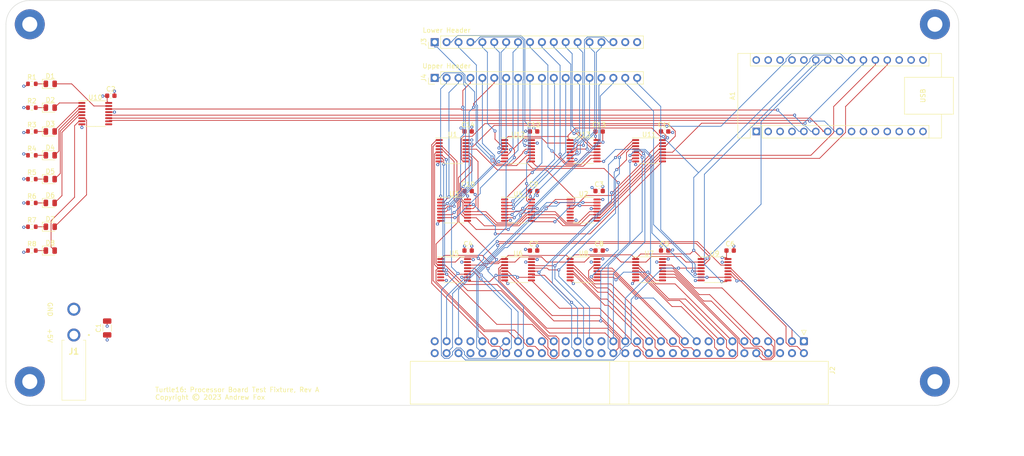
<source format=kicad_pcb>
(kicad_pcb (version 20241229) (generator "pcbnew") (generator_version "9.0")
  (title_block (title "Turtle16: ProcessorBoardTestFixture") (date "2023-04-07") (rev "A") (comment 4 "ProcessorBoardTestFixture for Turtle16 modules"))
  (layers (0 "F.Cu" signal) (4 "In1.Cu" power) (6 "In2.Cu" power) (2 "B.Cu" signal) (13 "F.Paste" user) (15 "B.Paste" user) (5 "F.SilkS" user "F.Silkscreen") (7 "B.SilkS" user "B.Silkscreen") (1 "F.Mask" user) (3 "B.Mask" user) (25 "Edge.Cuts" user))
  (net 0 "")
  (net 1 "VCC")
  (net 2 "GND")
  (net 8 "/Test Fixture Output/~{CLR}")
  (net 9 "/Test Fixture Output/SCK")
  (net 10 "/Test Fixture Output/RCLK")
  (net 11 "/Test Fixture Output/SI")
  (net 19 "/LED Output/~{CLR}")
  (net 20 "/LED Output/SCK")
  (net 21 "/LED Output/RCLK")
  (net 22 "/LED Output/SI")
  (net 23 "/TestFixture Input/~{PL}")
  (net 24 "/TestFixture Input/SCK")
  (net 25 "/TestFixture Input/SO")
  (net 28 "Net-(D1-K)")
  (net 29 "Net-(D1-A)")
  (net 30 "Net-(D2-K)")
  (net 31 "Net-(D2-A)")
  (net 32 "Net-(D3-K)")
  (net 33 "Net-(D3-A)")
  (net 34 "Net-(D4-K)")
  (net 35 "Net-(D4-A)")
  (net 36 "Net-(D5-K)")
  (net 37 "Net-(D5-A)")
  (net 38 "Net-(D6-K)")
  (net 39 "Net-(D6-A)")
  (net 40 "Net-(D7-K)")
  (net 41 "Net-(D7-A)")
  (net 42 "Net-(D8-K)")
  (net 43 "Net-(D8-A)")
  (net 44 "/System Bus Connector/Bank0")
  (net 45 "/System Bus Connector/Bank1")
  (net 46 "/System Bus Connector/Bank2")
  (net 48 "/System Bus Connector/Addr0")
  (net 49 "/System Bus Connector/Addr1")
  (net 50 "/System Bus Connector/Addr2")
  (net 51 "/System Bus Connector/Addr3")
  (net 52 "/System Bus Connector/Addr4")
  (net 53 "/System Bus Connector/Addr5")
  (net 54 "/System Bus Connector/Addr6")
  (net 55 "/System Bus Connector/Addr7")
  (net 56 "/System Bus Connector/Addr8")
  (net 57 "/System Bus Connector/Addr9")
  (net 58 "/System Bus Connector/Addr10")
  (net 59 "/System Bus Connector/Addr11")
  (net 60 "/System Bus Connector/Addr12")
  (net 61 "/System Bus Connector/Addr13")
  (net 62 "/System Bus Connector/Addr14")
  (net 63 "/System Bus Connector/Addr15")
  (net 64 "/System Bus Connector/IO14")
  (net 65 "/System Bus Connector/IO15")
  (net 66 "/System Bus Connector/IO12")
  (net 67 "/System Bus Connector/IO13")
  (net 68 "/System Bus Connector/IO10")
  (net 69 "/System Bus Connector/IO11")
  (net 70 "/System Bus Connector/IO8")
  (net 71 "/System Bus Connector/IO9")
  (net 72 "/System Bus Connector/IO6")
  (net 73 "/System Bus Connector/IO7")
  (net 74 "/System Bus Connector/IO4")
  (net 75 "/System Bus Connector/IO5")
  (net 76 "/System Bus Connector/IO2")
  (net 77 "/System Bus Connector/IO3")
  (net 78 "/System Bus Connector/IO0")
  (net 79 "/System Bus Connector/IO1")
  (net 80 "/System Bus Connector/Phi2")
  (net 81 "/System Bus Connector/Phi1")
  (net 82 "/System Bus Connector/~{RST}")
  (net 83 "/System Bus Connector/~{HLT}")
  (net 84 "/System Bus Connector/~{MemStore}")
  (net 85 "/System Bus Connector/~{MemLoad}")
  (net 88 "/Instruction ROM Interface/PC0")
  (net 90 "/Instruction ROM Interface/PC1")
  (net 93 "Net-(U2-SER)")
  (net 94 "Net-(U3-QH')")
  (net 95 "Net-(U5-Q7)")
  (net 96 "Net-(U6-Q7)")
  (net 98 "Net-(U7-Q7)")
  (net 101 "/Instruction ROM Interface/PC2")
  (net 104 "/Instruction ROM Interface/PC3")
  (net 105 "/Instruction ROM Interface/PC4")
  (net 106 "/Instruction ROM Interface/PC5")
  (net 107 "/Instruction ROM Interface/PC6")
  (net 108 "/Instruction ROM Interface/PC7")
  (net 109 "/Instruction ROM Interface/PC8")
  (net 110 "/Instruction ROM Interface/PC9")
  (net 111 "/Instruction ROM Interface/PC10")
  (net 112 "/Instruction ROM Interface/PC11")
  (net 113 "/Instruction ROM Interface/PC12")
  (net 114 "/Instruction ROM Interface/PC13")
  (net 115 "/Instruction ROM Interface/PC14")
  (net 116 "/Instruction ROM Interface/PC15")
  (net 117 "/Instruction ROM Interface/Ins_IF0")
  (net 118 "/Instruction ROM Interface/Ins_IF1")
  (net 119 "/Instruction ROM Interface/Ins_IF2")
  (net 120 "/Instruction ROM Interface/Ins_IF3")
  (net 121 "/Instruction ROM Interface/Ins_IF4")
  (net 122 "/Instruction ROM Interface/Ins_IF5")
  (net 123 "/Instruction ROM Interface/Ins_IF6")
  (net 124 "/Instruction ROM Interface/Ins_IF7")
  (net 125 "/Instruction ROM Interface/Ins_IF8")
  (net 126 "/Instruction ROM Interface/Ins_IF9")
  (net 127 "/Instruction ROM Interface/Ins_IF10")
  (net 128 "/Instruction ROM Interface/Ins_IF11")
  (net 129 "/Instruction ROM Interface/Ins_IF12")
  (net 130 "/Instruction ROM Interface/Ins_IF13")
  (net 131 "/Instruction ROM Interface/Ins_IF14")
  (net 132 "/Instruction ROM Interface/Ins_IF15")
  (net 133 "/Instruction ROM Interface/FLUSH_IF")
  (net 134 "/Instruction ROM Interface/RAMEN_R")
  (net 135 "Net-(U1-QH')")
  (net 136 "/Test Fixture Output/OE0")
  (net 137 "/Test Fixture Output/OE1")
  (net 138 "Net-(U11-QH')")
  (net 139 "Net-(U12-DS)")
  (net 140 "Net-(U13-Q7)")
  (net 142 "Net-(U12-Q7)")
  (footprint "LED_SMD:LED_0805_2012Metric" (layer "F.Cu") (at 45.0075 93.98)
    (property "Reference" "D5")
    (property "Value" "Red")
  )
  (footprint "Capacitor_SMD:C_0603_1608Metric" (layer "F.Cu") (at 162.065 83.82)
    (property "Reference" "C13")
    (property "Value" "0.1uF")
  )
  (footprint "Capacitor_SMD:C_0603_1608Metric" (layer "F.Cu") (at 134.125 96.52)
    (property "Reference" "C10")
    (property "Value" "0.1uF")
  )
  (footprint "LED_SMD:LED_0805_2012Metric" (layer "F.Cu") (at 45.0075 83.82)
    (property "Reference" "D3")
    (property "Value" "Red")
  )
  (footprint "LED_SMD:LED_0805_2012Metric" (layer "F.Cu") (at 45.0075 104.14)
    (property "Reference" "D7")
    (property "Value" "Red")
  )
  (footprint "Resistor_SMD:R_0603_1608Metric" (layer "F.Cu") (at 41.085 73.66 180)
    (property "Reference" "R1")
    (property "Value" "270R")
  )
  (footprint "LED_SMD:LED_0805_2012Metric" (layer "F.Cu") (at 45.0075 78.74)
    (property "Reference" "D2")
    (property "Value" "Red")
  )
  (footprint "MountingHole:MountingHole_3.2mm_M3_Pad" (layer "F.Cu") (at 233.68 60.96 -90)
    (property "Reference" "H1" (hide yes))
    (property "Value" "MountingHole_Pad" (hide yes))
  )
  (footprint "LED_SMD:LED_0805_2012Metric" (layer "F.Cu") (at 45.0075 88.9)
    (property "Reference" "D4")
    (property "Value" "Red")
  )
  (footprint "Package_SO:TSSOP-16_4.4x5mm_P0.65mm" (layer "F.Cu") (at 130.81 87.925)
    (property "Reference" "U1")
    (property "Value" "74HC595")
  )
  (footprint "MountingHole:MountingHole_3.2mm_M3_Pad" (layer "F.Cu") (at 40.64 137.16 -90)
    (property "Reference" "H2" (hide yes))
    (property "Value" "MountingHole_Pad" (hide yes))
  )
  (footprint "Resistor_SMD:R_0603_1608Metric" (layer "F.Cu") (at 41.085 99.06 180)
    (property "Reference" "R6")
    (property "Value" "270R")
  )
  (footprint "Package_SO:TSSOP-16_4.4x5mm_P0.65mm" (layer "F.Cu") (at 172.72 87.925)
    (property "Reference" "U11")
    (property "Value" "74HC595")
  )
  (footprint "Capacitor_SMD:C_0603_1608Metric" (layer "F.Cu") (at 162.065 96.52)
    (property "Reference" "C3")
    (property "Value" "0.1uF")
  )
  (footprint "Capacitor_SMD:C_0603_1608Metric" (layer "F.Cu") (at 176.035 109.22)
    (property "Reference" "C5")
    (property "Value" "0.1uF")
  )
  (footprint "Capacitor_SMD:C_0603_1608Metric" (layer "F.Cu") (at 134.125 83.82)
    (property "Reference" "C14")
    (property "Value" "0.1uF")
  )
  (footprint "Resistor_SMD:R_0603_1608Metric" (layer "F.Cu") (at 41.085 109.22 180)
    (property "Reference" "R8")
    (property "Value" "270R")
  )
  (footprint "LED_SMD:LED_0805_2012Metric" (layer "F.Cu") (at 45.0075 99.06)
    (property "Reference" "D6")
    (property "Value" "Red")
  )
  (footprint "Package_SO:TSSOP-16_4.4x5mm_P0.65mm" (layer "F.Cu") (at 131.1325 113.295)
    (property "Reference" "U5")
    (property "Value" "74HC165")
  )
  (footprint "Resistor_SMD:R_0603_1608Metric" (layer "F.Cu") (at 41.085 88.9 180)
    (property "Reference" "R4")
    (property "Value" "270R")
  )
  (footprint "Resistor_SMD:R_0603_1608Metric" (layer "F.Cu") (at 41.085 93.98 180)
    (property "Reference" "R5")
    (property "Value" "270R")
  )
  (footprint "Capacitor_SMD:C_0603_1608Metric" (layer "F.Cu") (at 190.005 109.22)
    (property "Reference" "C6")
    (property "Value" "0.1uF")
  )
  (footprint "Capacitor_SMD:C_0603_1608Metric" (layer "F.Cu") (at 148.095 109.22)
    (property "Reference" "C7")
    (property "Value" "0.1uF")
  )
  (footprint "Connector_PinHeader_2.54mm:PinHeader_1x18_P2.54mm_Vertical" (layer "F.Cu") (at 127 64.77 90)
    (property "Reference" "J3")
    (property "Value" "Lower Header")
  )
  (footprint "LED_SMD:LED_0805_2012Metric" (layer "F.Cu") (at 45.0075 109.22)
    (property "Reference" "D8")
    (property "Value" "Red")
  )
  (footprint "Capacitor_SMD:C_0603_1608Metric" (layer "F.Cu") (at 162.065 109.22)
    (property "Reference" "C8")
    (property "Value" "0.1uF")
  )
  (footprint "Package_SO:TSSOP-16_4.4x5mm_P0.65mm" (layer "F.Cu") (at 144.78 113.295)
    (property "Reference" "U6")
    (property "Value" "74HC165")
  )
  (footprint "Package_SO:TSSOP-16_4.4x5mm_P0.65mm" (layer "F.Cu") (at 54.61 80.01)
    (property "Reference" "U10")
    (property "Value" "74HC595")
  )
  (footprint "MountingHole:MountingHole_3.2mm_M3_Pad" (layer "F.Cu") (at 233.68 137.16 -90)
    (property "Reference" "H4" (hide yes))
    (property "Value" "MountingHole_Pad" (hide yes))
  )
  (footprint "Package_SO:TSSOP-16_4.4x5mm_P0.65mm" (layer "F.Cu") (at 144.78 100.595)
    (property "Reference" "U4")
    (property "Value" "74HC595")
  )
  (footprint "Capacitor_SMD:C_0603_1608Metric" (layer "F.Cu") (at 148.095 83.82)
    (property "Reference" "C12")
    (property "Value" "0.1uF")
  )
  (footprint "Package_SO:TSSOP-16_4.4x5mm_P0.65mm" (layer "F.Cu") (at 158.75 87.925)
    (property "Reference" "U13")
    (property "Value" "74HC165")
  )
  (footprint "Capacitor_SMD:C_0603_1608Metric" (layer "F.Cu") (at 57.925 76.2)
    (property "Reference" "C2")
    (property "Value" "0.1uF")
  )
  (footprint "Resistor_SMD:R_0603_1608Metric" (layer "F.Cu") (at 41.085 83.82 180)
    (property "Reference" "R3")
    (property "Value" "270R")
  )
  (footprint "Package_SO:TSSOP-16_4.4x5mm_P0.65mm" (layer "F.Cu") (at 186.69 113.295)
    (property "Reference" "U9")
    (property "Value" "74HC165")
  )
  (footprint "Capacitor_SMD:C_1206_3216Metric" (layer "F.Cu") (at 57.15 125.73 90)
    (property "Reference" "C1")
    (property "Value" "100uF")
  )
  (footprint "Package_SO:TSSOP-16_4.4x5mm_P0.65mm" (layer "F.Cu") (at 158.75 100.595)
    (property "Reference" "U2")
    (property "Value" "74HC595")
  )
  (footprint "Capacitor_SMD:C_0603_1608Metric" (layer "F.Cu") (at 134.125 109.22)
    (property "Reference" "C4")
    (property "Value" "0.1uF")
  )
  (footprint "Resistor_SMD:R_0603_1608Metric" (layer "F.Cu") (at 41.085 78.74 180)
    (property "Reference" "R2")
    (property "Value" "270R")
  )
  (footprint "Capacitor_SMD:C_0603_1608Metric" (layer "F.Cu") (at 148.095 96.52)
    (property "Reference" "C9")
    (property "Value" "0.1uF")
  )
  (footprint "Connector_PinHeader_2.54mm:PinHeader_1x18_P2.54mm_Vertical" (layer "F.Cu") (at 127 72.39 90)
    (property "Reference" "J4")
    (property "Value" "Upper Header")
  )
  (footprint "Resistor_SMD:R_0603_1608Metric" (layer "F.Cu") (at 41.085 104.14 180)
    (property "Reference" "R7")
    (property "Value" "270R")
  )
  (footprint "Capacitor_SMD:C_0603_1608Metric" (layer "F.Cu") (at 176.035 83.82)
    (property "Reference" "C11")
    (property "Value" "0.1uF")
  )
  (footprint "Package_SO:TSSOP-16_4.4x5mm_P0.65mm" (layer "F.Cu") (at 158.75 113.295)
    (property "Reference" "U8")
    (property "Value" "74HC165")
  )
  (footprint "Module:Arduino_Nano" (layer "F.Cu") (at 195.58 83.82 90)
    (property "Reference" "A1")
    (property "Value" "Arduino_Nano_Every")
  )
  (footprint "MountingHole:MountingHole_3.2mm_M3_Pad" (layer "F.Cu") (at 40.64 60.96 -90)
    (property "Reference" "H3" (hide yes))
    (property "Value" "MountingHole_Pad" (hide yes))
  )
  (footprint "Package_SO:TSSOP-16_4.4x5mm_P0.65mm" (layer "F.Cu") (at 172.72 113.295)
    (property "Reference" "U7")
    (property "Value" "74HC165")
  )
  (footprint "Connector_Molex:172448-0002" (layer "F.Cu") (at 50.038 127.2286)
    (property "Reference" "J1")
    (property "Value" "Power In" (hide yes))
  )
  (footprint "LED_SMD:LED_0805_2012Metric" (layer "F.Cu") (at 45.0075 73.66)
    (property "Reference" "D1")
    (property "Value" "Red")
  )
  (footprint "Package_SO:TSSOP-16_4.4x5mm_P0.65mm" (layer "F.Cu") (at 131.1325 100.595)
    (property "Reference" "U3")
    (property "Value" "74HC595")
  )
  (footprint "Package_SO:TSSOP-16_4.4x5mm_P0.65mm" (layer "F.Cu") (at 144.78 87.925)
    (property "Reference" "U12")
    (property "Value" "74HC165")
  )
  (footprint "Connector_IDC:IDC-Header_2x32_P2.54mm_Horizontal" (layer "F.Cu") (at 205.74 128.559 -90)
    (property "Reference" "J2")
    (property "Value" "71922-164LF")
  )
  (gr_line (start 238.76 60.96) (end 238.76 137.16) (stroke (width 0.1)) (layer "Edge.Cuts"))
  (gr_arc (start 233.68 55.88) (mid 237.272102 57.367898) (end 238.76 60.96) (stroke (width 0.1)) (layer "Edge.Cuts"))
  (gr_arc (start 35.56 60.96) (mid 37.047898 57.367898) (end 40.64 55.88) (stroke (width 0.1)) (layer "Edge.Cuts"))
  (gr_line (start 40.64 55.88) (end 233.68 55.88) (stroke (width 0.1)) (layer "Edge.Cuts"))
  (gr_arc (start 238.76 137.16) (mid 237.272102 140.752102) (end 233.68 142.24) (stroke (width 0.1)) (layer "Edge.Cuts"))
  (gr_line (start 35.56 137.16) (end 35.56 60.96) (stroke (width 0.1)) (layer "Edge.Cuts"))
  (gr_arc (start 40.64 142.24) (mid 37.047898 140.752102) (end 35.56 137.16) (stroke (width 0.1)) (layer "Edge.Cuts"))
  (gr_line (start 233.68 142.24) (end 40.64 142.24) (stroke (width 0.1)) (layer "Edge.Cuts"))
  (gr_text "GND" (at 44.958 120.142 -90) (layer "F.SilkS") (effects (font (size 1 1)) (justify left)))
  (gr_text "+5V" (at 44.958 125.73 -90) (layer "F.SilkS") (effects (font (size 1 1)) (justify left)))
  (gr_text "Turtle16: Processor Board Test Fixture, Rev A\nCopyright © 2023 Andrew Fox" (at 67.31 139.7 0) (layer "F.SilkS") (effects (font (size 1 1)) (justify left)))
  (segment (start 161.0916 109.0216) (end 161.29 109.22) (width 0.1524) (layer "F.Cu") (net 1))
  (segment (start 160.355 109.0216) (end 161.0916 109.0216) (width 0.1524) (layer "F.Cu") (net 1))
  (segment (start 176.3153 84.6667) (end 175.4686 83.82) (width 0.1524) (layer "F.Cu") (net 1))
  (segment (start 133.35 108.2619) (end 133.35 109.22) (width 0.1524) (layer "F.Cu") (net 1))
  (segment (start 148.7449 111.02) (end 147.6425 111.02) (width 0.1524) (layer "F.Cu") (net 1))
  (segment (start 189.23 110.7208) (end 189.23 109.22) (width 0.1524) (layer "F.Cu") (net 1))
  (segment (start 133.35 83.82) (end 132.6146 83.0846) (width 0.1524) (layer "F.Cu") (net 1))
  (segment (start 161.29 84.84) (end 161.29 85.3275) (width 0.1524) (layer "F.Cu") (net 1))
  (segment (start 189.5525 111.02) (end 189.5292 111.02) (width 0.1524) (layer "F.Cu") (net 1))
  (segment (start 146.3842 85.78) (end 146.5142 85.65) (width 0.1524) (layer "F.Cu") (net 1))
  (segment (start 161.29 83.82) (end 161.29 84.84) (width 0.1524) (layer "F.Cu") (net 1))
  (segment (start 175.5825 111.02) (end 176.8007 111.02) (width 0.1524) (layer "F.Cu") (net 1))
  (segment (start 161.6271 98.3346) (end 161.6125 98.32) (width 0.1524) (layer "F.Cu") (net 1))
  (segment (start 161.6429 110.9896) (end 161.6125 111.02) (width 0.1524) (layer "F.Cu") (net 1))
  (segment (start 162.8381 98.3346) (end 161.6271 98.3346) (width 0.1524) (layer "F.Cu") (net 1))
  (segment (start 133.6725 85.65) (end 134.895 85.65) (width 0.1524) (layer "F.Cu") (net 1))
  (segment (start 133.995 97.5909) (end 134.0114 97.5909) (width 0.1524) (layer "F.Cu") (net 1))
  (segment (start 57.15 127.205) (end 57.15 128.2744) (width 0.1524) (layer "F.Cu") (net 1))
  (segment (start 162.8284 110.9896) (end 161.6429 110.9896) (width 0.1524) (layer "F.Cu") (net 1))
  (segment (start 147.6425 98.32) (end 147.6425 97.898) (width 0.1524) (layer "F.Cu") (net 1))
  (segment (start 161.29 85.3275) (end 161.6125 85.65) (width 0.1524) (layer "F.Cu") (net 1))
  (segment (start 133.995 111.02) (end 135.0877 111.02) (width 0.1524) (layer "F.Cu") (net 1))
  (segment (start 147.2645 83.7645) (end 147.32 83.82) (width 0.1524) (layer "F.Cu") (net 1))
  (segment (start 175.26 109.22) (end 175.26 108.2534) (width 0.1524) (layer "F.Cu") (net 1))
  (segment (start 175.4686 83.82) (end 175.26 83.82) (width 0.1524) (layer "F.Cu") (net 1))
  (segment (start 146.3673 108.9637) (end 147.0637 108.9637) (width 0.1524) (layer "F.Cu") (net 1))
  (segment (start 148.8586 111.1337) (end 148.7449 111.02) (width 0.1524) (layer "F.Cu") (net 1))
  (segment (start 147.3773 97.6328) (end 147.3773 96.5773) (width 0.1524) (layer "F.Cu") (net 1))
  (segment (start 146.5142 85.65) (end 147.6425 85.65) (width 0.1524) (layer "F.Cu") (net 1))
  (segment (start 57.15 77.4125) (end 57.4725 77.735) (width 0.1524) (layer "F.Cu") (net 1))
  (segment (start 176.6602 85.1715) (end 176.3153 85.1715) (width 0.1524) (layer "F.Cu") (net 1))
  (segment (start 133.35 96.9459) (end 133.995 97.5909) (width 0.1524) (layer "F.Cu") (net 1))
  (segment (start 147.3773 96.5773) (end 147.32 96.52) (width 0.1524) (layer "F.Cu") (net 1))
  (segment (start 176.3153 85.1715) (end 175.8368 85.65) (width 0.1524) (layer "F.Cu") (net 1))
  (segment (start 161.29 96.52) (end 160.5504 95.7804) (width 0.1524) (layer "F.Cu") (net 1))
  (segment (start 133.35 96.52) (end 133.35 96.9459) (width 0.1524) (layer "F.Cu") (net 1))
  (segment (start 189.5292 111.02) (end 189.23 110.7208) (width 0.1524) (layer "F.Cu") (net 1))
  (segment (start 57.15 76.2) (end 57.15 76.2743) (width 0.1524) (layer "F.Cu") (net 1))
  (segment (start 188.3232 110.7208) (end 189.23 110.7208) (width 0.1524) (layer "F.Cu") (net 1))
  (segment (start 57.15 76.2743) (end 57.15 77.4125) (width 0.1524) (layer "F.Cu") (net 1))
  (segment (start 56.1981 76.2743) (end 57.15 76.2743) (width 0.1524) (layer "F.Cu") (net 1))
  (segment (start 175.8368 85.65) (end 175.5825 85.65) (width 0.1524) (layer "F.Cu") (net 1))
  (segment (start 146.3913 83.7645) (end 147.2645 83.7645) (width 0.1524) (layer "F.Cu") (net 1))
  (segment (start 147.6425 97.898) (end 147.3773 97.6328) (width 0.1524) (layer "F.Cu") (net 1))
  (segment (start 135.0877 111.02) (end 135.2214 111.1537) (width 0.1524) (layer "F.Cu") (net 1))
  (segment (start 147.0637 108.9637) (end 147.32 109.22) (width 0.1524) (layer "F.Cu") (net 1))
  (segment (start 176.3153 85.1715) (end 176.3153 84.6667) (width 0.1524) (layer "F.Cu") (net 1))
  (segment (start 133.995 97.5909) (end 133.995 98.32) (width 0.1524) (layer "F.Cu") (net 1))
  (via (at 135.2214 111.1537) (size 0.65) (drill 0.3) (layers "F.Cu" "B.Cu") (net 1))
  (via (at 132.6146 83.0846) (size 0.65) (drill 0.3) (layers "F.Cu" "B.Cu") (net 1))
  (via (at 146.3913 83.7645) (size 0.65) (drill 0.3) (layers "F.Cu" "B.Cu") (net 1))
  (via (at 160.355 109.0216) (size 0.65) (drill 0.3) (layers "F.Cu" "B.Cu") (net 1))
  (via (at 175.26 108.2534) (size 0.65) (drill 0.3) (layers "F.Cu" "B.Cu") (net 1))
  (via (at 57.15 128.2744) (size 0.65) (drill 0.3) (layers "F.Cu" "B.Cu") (net 1))
  (via (at 133.35 108.2619) (size 0.65) (drill 0.3) (layers "F.Cu" "B.Cu") (net 1))
  (via (at 176.8007 111.02) (size 0.65) (drill 0.3) (layers "F.Cu" "B.Cu") (net 1))
  (via (at 146.3673 108.9637) (size 0.65) (drill 0.3) (layers "F.Cu" "B.Cu") (net 1))
  (via (at 160.5504 95.7804) (size 0.65) (drill 0.3) (layers "F.Cu" "B.Cu") (net 1))
  (via (at 148.8586 111.1337) (size 0.65) (drill 0.3) (layers "F.Cu" "B.Cu") (net 1))
  (via (at 161.29 84.84) (size 0.65) (drill 0.3) (layers "F.Cu" "B.Cu") (net 1))
  (via (at 162.8284 110.9896) (size 0.65) (drill 0.3) (layers "F.Cu" "B.Cu") (net 1))
  (via (at 134.0114 97.5909) (size 0.65) (drill 0.3) (layers "F.Cu" "B.Cu") (net 1))
  (via (at 146.3842 85.78) (size 0.65) (drill 0.3) (layers "F.Cu" "B.Cu") (net 1))
  (via (at 134.895 85.65) (size 0.65) (drill 0.3) (layers "F.Cu" "B.Cu") (net 1))
  (via (at 176.6602 85.1715) (size 0.65) (drill 0.3) (layers "F.Cu" "B.Cu") (net 1))
  (via (at 188.3232 110.7208) (size 0.65) (drill 0.3) (layers "F.Cu" "B.Cu") (net 1))
  (via (at 56.1981 76.2743) (size 0.65) (drill 0.3) (layers "F.Cu" "B.Cu") (net 1))
  (via (at 147.3773 97.6328) (size 0.65) (drill 0.3) (layers "F.Cu" "B.Cu") (net 1))
  (via (at 162.8381 98.3346) (size 0.65) (drill 0.3) (layers "F.Cu" "B.Cu") (net 1))
  (segment (start 39.3654 74.1579) (end 39.7621 74.1579) (width 0.1524) (layer "F.Cu") (net 2))
  (segment (start 160.391 100.2805) (end 161.602 100.2805) (width 0.1524) (layer "F.Cu") (net 2))
  (segment (start 135.7982 99.6714) (end 135.1996 100.27) (width 0.1524) (layer "F.Cu") (net 2))
  (segment (start 143.1469 102.7694) (end 142.0181 102.7694) (width 0.1524) (layer "F.Cu") (net 2))
  (segment (start 127.6408 90.8872) (end 127.9475 90.5805) (width 0.1524) (layer "F.Cu") (net 2))
  (segment (start 39.3688 84.0469) (end 40.0331 84.0469) (width 0.1524) (layer "F.Cu") (net 2))
  (segment (start 162.6402 86.3) (end 161.6125 86.3) (width 0.1524) (layer "F.Cu") (net 2))
  (segment (start 58.6965 79.6899) (end 57.4774 79.6899) (width 0.1524) (layer "F.Cu") (net 2))
  (segment (start 39.7621 74.1579) (end 40.26 73.66) (width 0.1524) (layer "F.Cu") (net 2))
  (segment (start 135.7982 97.4182) (end 135.7982 99.6714) (width 0.1524) (layer "F.Cu") (net 2))
  (segment (start 177.7419 109.0946) (end 176.9354 109.0946) (width 0.1524) (layer "F.Cu") (net 2))
  (segment (start 183.7873 115.6102) (end 183.8275 115.57) (width 0.1524) (layer "F.Cu") (net 2))
  (segment (start 177.7394 84.0225) (end 177.0125 84.0225) (width 0.1524) (layer "F.Cu") (net 2))
  (segment (start 135.1996 100.27) (end 133.995 100.27) (width 0.1524) (layer "F.Cu") (net 2))
  (segment (start 176.9354 109.0946) (end 176.81 109.22) (width 0.1524) (layer "F.Cu") (net 2))
  (segment (start 51.7475 82.975) (end 51.7475 82.285) (width 0.1524) (layer "F.Cu") (net 2))
  (segment (start 161.602 100.2805) (end 161.6125 100.27) (width 0.1524) (layer "F.Cu") (net 2))
  (segment (start 182.6006 115.6102) (end 183.7873 115.6102) (width 0.1524) (layer "F.Cu") (net 2))
  (segment (start 190.78 108.2475) (end 190.78 109.22) (width 0.1524) (layer "F.Cu") (net 2))
  (segment (start 134.9 82.8642) (end 134.9 83.82) (width 0.1524) (layer "F.Cu") (net 2))
  (segment (start 39.3643 78.7179) (end 40.2379 78.7179) (width 0.1524) (layer "F.Cu") (net 2))
  (segment (start 133.995 114.92) (end 132.7782 114.92) (width 0.1524) (layer "F.Cu") (net 2))
  (segment (start 39.3533 109.5709) (end 39.9091 109.5709) (width 0.1524) (layer "F.Cu") (net 2))
  (segment (start 141.8847 90.2328) (end 141.9175 90.2) (width 0.1524) (layer "F.Cu") (net 2))
  (segment (start 162.84 95.5646) (end 162.84 96.52) (width 0.1524) (layer "F.Cu") (net 2))
  (segment (start 39.3605 88.6069) (end 39.9669 88.6069) (width 0.1524) (layer "F.Cu") (net 2))
  (segment (start 128.2793 115.5793) (end 128.27 115.57) (width 0.1524) (layer "F.Cu") (net 2))
  (segment (start 188.3232 111.7027) (end 189.5198 111.7027) (width 0.1524) (layer "F.Cu") (net 2))
  (segment (start 169.8575 115.57) (end 169.1791 116.2484) (width 0.1524) (layer "F.Cu") (net 2))
  (segment (start 147.6425 86.3) (end 148.8684 86.3) (width 0.1524) (layer "F.Cu") (net 2))
  (segment (start 147.6425 111.67) (end 146.4266 111.67) (width 0.1524) (layer "F.Cu") (net 2))
  (segment (start 163.7694 109.0465) (end 163.0135 109.0465) (width 0.1524) (layer "F.Cu") (net 2))
  (segment (start 135.6382 97.2582) (end 135.7982 97.4182) (width 0.1524) (layer "F.Cu") (net 2))
  (segment (start 129.4864 115.5793) (end 128.2793 115.5793) (width 0.1524) (layer "F.Cu") (net 2))
  (segment (start 177.0125 84.0225) (end 176.81 83.82) (width 0.1524) (layer "F.Cu") (net 2))
  (segment (start 163.0135 109.0465) (end 162.84 109.22) (width 0.1524) (layer "F.Cu") (net 2))
  (segment (start 142.0181 102.7694) (end 141.9175 102.87) (width 0.1524) (layer "F.Cu") (net 2))
  (segment (start 147.6425 100.27) (end 148.8594 100.27) (width 0.1524) (layer "F.Cu") (net 2))
  (segment (start 58.7 75.236) (end 58.7 76.2) (width 0.1524) (layer "F.Cu") (net 2))
  (segment (start 57.4774 79.6899) (end 57.4725 79.685) (width 0.1524) (layer "F.Cu") (net 2))
  (segment (start 162.84 86.1002) (end 162.6402 86.3) (width 0.1524) (layer "F.Cu") (net 2))
  (segment (start 134.9 108.2621) (end 134.9 109.22) (width 0.1524) (layer "F.Cu") (net 2))
  (segment (start 148.87 109.22) (end 148.87 108.2435) (width 0.1524) (layer "F.Cu") (net 2))
  (segment (start 157.0145 102.87) (end 157.136 102.7485) (width 0.1524) (layer "F.Cu") (net 2))
  (segment (start 155.8875 102.87) (end 157.0145 102.87) (width 0.1524) (layer "F.Cu") (net 2))
  (segment (start 161.6125 111.67) (end 160.3857 111.67) (width 0.1524) (layer "F.Cu") (net 2))
  (segment (start 127.9475 90.5805) (end 127.9475 90.2) (width 0.1524) (layer "F.Cu") (net 2))
  (segment (start 40.1581 104.2419) (end 40.26 104.14) (width 0.1524) (layer "F.Cu") (net 2))
  (segment (start 39.3663 99.06) (end 40.26 99.06) (width 0.1524) (layer "F.Cu") (net 2))
  (segment (start 174.367 111.67) (end 175.5825 111.67) (width 0.1524) (layer "F.Cu") (net 2))
  (segment (start 148.1349 83.0849) (end 148.87 83.82) (width 0.1524) (layer "F.Cu") (net 2))
  (segment (start 155.8875 115.57) (end 156.5657 116.2482) (width 0.1524) (layer "F.Cu") (net 2))
  (segment (start 40.0331 84.0469) (end 40.26 83.82) (width 0.1524) (layer "F.Cu") (net 2))
  (segment (start 40.2159 93.9359) (end 40.26 93.98) (width 0.1524) (layer "F.Cu") (net 2))
  (segment (start 39.3622 93.9359) (end 40.2159 93.9359) (width 0.1524) (layer "F.Cu") (net 2))
  (segment (start 156.727 90.2) (end 155.8875 90.2) (width 0.1524) (layer "F.Cu") (net 2))
  (segment (start 141.9175 115.57) (end 142.5964 116.2489) (width 0.1524) (layer "F.Cu") (net 2))
  (segment (start 39.3568 104.2419) (end 40.1581 104.2419) (width 0.1524) (layer "F.Cu") (net 2))
  (segment (start 140.6829 90.2328) (end 141.8847 90.2328) (width 0.1524) (layer "F.Cu") (net 2))
  (segment (start 133.995 111.67) (end 132.7749 111.67) (width 0.1524) (layer "F.Cu") (net 2))
  (segment (start 169.8575 90.8804) (end 169.8575 90.2) (width 0.1524) (layer "F.Cu") (net 2))
  (segment (start 128.27 102.87) (end 127.5849 103.5551) (width 0.1524) (layer "F.Cu") (net 2))
  (segment (start 148.87 96.52) (end 148.87 97.4752) (width 0.1524) (layer "F.Cu") (net 2))
  (segment (start 40.2379 78.7179) (end 40.26 78.74) (width 0.1524) (layer "F.Cu") (net 2))
  (segment (start 134.9 96.52) (end 135.6382 97.2582) (width 0.1524) (layer "F.Cu") (net 2))
  (segment (start 162.881 86.1002) (end 162.84 86.1002) (width 0.1524) (layer "F.Cu") (net 2))
  (segment (start 162.84 83.82) (end 162.84 86.1002) (width 0.1524) (layer "F.Cu") (net 2))
  (segment (start 39.9091 109.5709) (end 40.26 109.22) (width 0.1524) (layer "F.Cu") (net 2))
  (segment (start 57.15 125.3376) (end 57.15 124.255) (width 0.1524) (layer "F.Cu") (net 2))
  (segment (start 157.115 89.812) (end 156.727 90.2) (width 0.1524) (layer "F.Cu") (net 2))
  (segment (start 39.9669 88.6069) (end 40.26 88.9) (width 0.1524) (layer "F.Cu") (net 2))
  (segment (start 189.5198 111.7027) (end 189.5525 111.67) (width 0.1524) (layer "F.Cu") (net 2))
  (via (at 190.78 108.2475) (size 0.65) (drill 0.3) (layers "F.Cu" "B.Cu") (net 2))
  (via (at 39.3654 74.1579) (size 0.65) (drill 0.3) (layers "F.Cu" "B.Cu") (net 2))
  (via (at 157.136 102.7485) (size 0.65) (drill 0.3) (layers "F.Cu" "B.Cu") (net 2))
  (via (at 140.6829 90.2328) (size 0.65) (drill 0.3) (layers "F.Cu" "B.Cu") (net 2))
  (via (at 134.9 82.8642) (size 0.65) (drill 0.3) (layers "F.Cu" "B.Cu") (net 2))
  (via (at 39.3533 109.5709) (size 0.65) (drill 0.3) (layers "F.Cu" "B.Cu") (net 2))
  (via (at 51.7475 82.975) (size 0.65) (drill 0.3) (layers "F.Cu" "B.Cu") (net 2))
  (via (at 162.84 95.5646) (size 0.65) (drill 0.3) (layers "F.Cu" "B.Cu") (net 2))
  (via (at 169.1791 116.2484) (size 0.65) (drill 0.3) (layers "F.Cu" "B.Cu") (net 2))
  (via (at 174.367 111.67) (size 0.65) (drill 0.3) (layers "F.Cu" "B.Cu") (net 2))
  (via (at 57.15 125.3376) (size 0.65) (drill 0.3) (layers "F.Cu" "B.Cu") (net 2))
  (via (at 39.3568 104.2419) (size 0.65) (drill 0.3) (layers "F.Cu" "B.Cu") (net 2))
  (via (at 156.5657 116.2482) (size 0.65) (drill 0.3) (layers "F.Cu" "B.Cu") (net 2))
  (via (at 39.3688 84.0469) (size 0.65) (drill 0.3) (layers "F.Cu" "B.Cu") (net 2))
  (via (at 39.3663 99.06) (size 0.65) (drill 0.3) (layers "F.Cu" "B.Cu") (net 2))
  (via (at 148.87 97.4752) (size 0.65) (drill 0.3) (layers "F.Cu" "B.Cu") (net 2))
  (via (at 146.4266 111.67) (size 0.65) (drill 0.3) (layers "F.Cu" "B.Cu") (net 2))
  (via (at 132.7782 114.92) (size 0.65) (drill 0.3) (layers "F.Cu" "B.Cu") (net 2))
  (via (at 39.3643 78.7179) (size 0.65) (drill 0.3) (layers "F.Cu" "B.Cu") (net 2))
  (via (at 148.1349 83.0849) (size 0.65) (drill 0.3) (layers "F.Cu" "B.Cu") (net 2))
  (via (at 148.8684 86.3) (size 0.65) (drill 0.3) (layers "F.Cu" "B.Cu") (net 2))
  (via (at 58.7 75.236) (size 0.65) (drill 0.3) (layers "F.Cu" "B.Cu") (net 2))
  (via (at 182.6006 115.6102) (size 0.65) (drill 0.3) (layers "F.Cu" "B.Cu") (net 2))
  (via (at 163.7694 109.0465) (size 0.65) (drill 0.3) (layers "F.Cu" "B.Cu") (net 2))
  (via (at 177.7394 84.0225) (size 0.65) (drill 0.3) (layers "F.Cu" "B.Cu") (net 2))
  (via (at 157.115 89.812) (size 0.65) (drill 0.3) (layers "F.Cu" "B.Cu") (net 2))
  (via (at 135.6382 97.2582) (size 0.65) (drill 0.3) (layers "F.Cu" "B.Cu") (net 2))
  (via (at 188.3232 111.7027) (size 0.65) (drill 0.3) (layers "F.Cu" "B.Cu") (net 2))
  (via (at 148.8594 100.27) (size 0.65) (drill 0.3) (layers "F.Cu" "B.Cu") (net 2))
  (via (at 127.5849 103.5551) (size 0.65) (drill 0.3) (layers "F.Cu" "B.Cu") (net 2))
  (via (at 129.4864 115.5793) (size 0.65) (drill 0.3) (layers "F.Cu" "B.Cu") (net 2))
  (via (at 58.6965 79.6899) (size 0.65) (drill 0.3) (layers "F.Cu" "B.Cu") (net 2))
  (via (at 127.6408 90.8872) (size 0.65) (drill 0.3) (layers "F.Cu" "B.Cu") (net 2))
  (via (at 39.3605 88.6069) (size 0.65) (drill 0.3) (layers "F.Cu" "B.Cu") (net 2))
  (via (at 148.87 108.2435) (size 0.65) (drill 0.3) (layers "F.Cu" "B.Cu") (net 2))
  (via (at 39.3622 93.9359) (size 0.65) (drill 0.3) (layers "F.Cu" "B.Cu") (net 2))
  (via (at 160.3857 111.67) (size 0.65) (drill 0.3) (layers "F.Cu" "B.Cu") (net 2))
  (via (at 143.1469 102.7694) (size 0.65) (drill 0.3) (layers "F.Cu" "B.Cu") (net 2))
  (via (at 134.9 108.2621) (size 0.65) (drill 0.3) (layers "F.Cu" "B.Cu") (net 2))
  (via (at 132.7749 111.67) (size 0.65) (drill 0.3) (layers "F.Cu" "B.Cu") (net 2))
  (via (at 177.7419 109.0946) (size 0.65) (drill 0.3) (layers "F.Cu" "B.Cu") (net 2))
  (via (at 162.881 86.1002) (size 0.65) (drill 0.3) (layers "F.Cu" "B.Cu") (net 2))
  (via (at 160.391 100.2805) (size 0.65) (drill 0.3) (layers "F.Cu" "B.Cu") (net 2))
  (via (at 169.8575 90.8804) (size 0.65) (drill 0.3) (layers "F.Cu" "B.Cu") (net 2))
  (via (at 142.5964 116.2489) (size 0.65) (drill 0.3) (layers "F.Cu" "B.Cu") (net 2))
  (segment (start 134.2481 89.55) (end 133.6725 89.55) (width 0.1524) (layer "F.Cu") (net 8))
  (segment (start 160.6458 102.22) (end 158.9535 103.9123) (width 0.1524) (layer "F.Cu") (net 8))
  (segment (start 147.6425 102.22) (end 146.6758 102.22) (width 0.1524) (layer "F.Cu") (net 8))
  (segment (start 135.8707 102.22) (end 133.995 102.22) (width 0.1524) (layer "F.Cu") (net 8))
  (segment (start 174.9691 89.55) (end 162.2991 102.22) (width 0.1524) (layer "F.Cu") (net 8))
  (segment (start 161.6125 102.22) (end 160.6458 102.22) (width 0.1524) (layer "F.Cu") (net 8))
  (segment (start 214.63 84.0092) (end 214.63 78.4987) (width 0.1524) (layer "F.Cu") (net 8))
  (segment (start 134.6607 89.9626) (end 134.2481 89.55) (width 0.1524) (layer "F.Cu") (net 8))
  (segment (start 134.6607 91.0589) (end 134.6607 89.9626) (width 0.1524) (layer "F.Cu") (net 8))
  (segment (start 133.995 102.22) (end 133.4354 102.22) (width 0.1524) (layer "F.Cu") (net 8))
  (segment (start 162.2991 102.22) (end 161.6125 102.22) (width 0.1524) (layer "F.Cu") (net 8))
  (segment (start 132.0525 98.4736) (end 132.0525 93.6671) (width 0.1524) (layer "F.Cu") (net 8))
  (segment (start 175.5825 89.55) (end 209.0892 89.55) (width 0.1524) (layer "F.Cu") (net 8))
  (segment (start 154.3575 103.9123) (end 152.6652 102.22) (width 0.1524) (layer "F.Cu") (net 8))
  (segment (start 209.0892 89.55) (end 214.63 84.0092) (width 0.1524) (layer "F.Cu") (net 8))
  (segment (start 132.456 98.8771) (end 132.0525 98.4736) (width 0.1524) (layer "F.Cu") (net 8))
  (segment (start 132.456 101.2406) (end 132.456 98.8771) (width 0.1524) (layer "F.Cu") (net 8))
  (segment (start 132.0525 93.6671) (end 134.6607 91.0589) (width 0.1524) (layer "F.Cu") (net 8))
  (segment (start 137.5837 103.933) (end 135.8707 102.22) (width 0.1524) (layer "F.Cu") (net 8))
  (segment (start 144.9628 103.933) (end 137.5837 103.933) (width 0.1524) (layer "F.Cu") (net 8))
  (segment (start 146.6758 102.22) (end 144.9628 103.933) (width 0.1524) (layer "F.Cu") (net 8))
  (segment (start 223.52 68.58) (end 223.52 69.6087) (width 0.1524) (layer "F.Cu") (net 8))
  (segment (start 175.5825 89.55) (end 174.9691 89.55) (width 0.1524) (layer "F.Cu") (net 8))
  (segment (start 214.63 78.4987) (end 223.52 69.6087) (width 0.1524) (layer "F.Cu") (net 8))
  (segment (start 152.6652 102.22) (end 147.6425 102.22) (width 0.1524) (layer "F.Cu") (net 8))
  (segment (start 133.4354 102.22) (end 132.456 101.2406) (width 0.1524) (layer "F.Cu") (net 8))
  (segment (start 158.9535 103.9123) (end 154.3575 103.9123) (width 0.1524) (layer "F.Cu") (net 8))
  (segment (start 207.2318 88.9) (end 175.5825 88.9) (width 0.1524) (layer "F.Cu") (net 9))
  (segment (start 133.0283 101.187) (end 133.0283 99.0181) (width 0.1524) (layer "F.Cu") (net 9))
  (segment (start 134.2713 88.9) (end 133.6725 88.9) (width 0.1524) (layer "F.Cu") (net 9))
  (segment (start 134.9694 92.2701) (end 134.9694 89.5981) (width 0.1524) (layer "F.Cu") (net 9))
  (segment (start 154.9151 103.6073) (end 152.8778 101.57) (width 0.1524) (layer "F.Cu") (net 9))
  (segment (start 137.9026 101.57) (end 133.995 101.57) (width 0.1524) (layer "F.Cu") (net 9))
  (segment (start 132.3575 94.882) (end 134.9694 92.2701) (width 0.1524) (layer "F.Cu") (net 9))
  (segment (start 134.9694 89.5981) (end 134.2713 88.9) (width 0.1524) (layer "F.Cu") (net 9))
  (segment (start 175.0118 88.9) (end 162.3418 101.57) (width 0.1524) (layer "F.Cu") (net 9))
  (segment (start 220.98 69.6087) (end 212.09 78.4987) (width 0.1524) (layer "F.Cu") (net 9))
  (segment (start 152.8778 101.57) (end 147.6425 101.57) (width 0.1524) (layer "F.Cu") (net 9))
  (segment (start 133.995 101.57) (end 133.4113 101.57) (width 0.1524) (layer "F.Cu") (net 9))
  (segment (start 162.3418 101.57) (end 161.6125 101.57) (width 0.1524) (layer "F.Cu") (net 9))
  (segment (start 161.6125 101.57) (end 160.0456 101.57) (width 0.1524) (layer "F.Cu") (net 9))
  (segment (start 139.9606 103.628) (end 137.9026 101.57) (width 0.1524) (layer "F.Cu") (net 9))
  (segment (start 133.0283 99.0181) (end 132.3575 98.3473) (width 0.1524) (layer "F.Cu") (net 9))
  (segment (start 147.6425 101.57) (end 146.7204 101.57) (width 0.1524) (layer "F.Cu") (net 9))
  (segment (start 220.98 68.58) (end 220.98 69.6087) (width 0.1524) (layer "F.Cu") (net 9))
  (segment (start 160.0456 101.57) (end 158.0083 103.6073) (width 0.1524) (layer "F.Cu") (net 9))
  (segment (start 158.0083 103.6073) (end 154.9151 103.6073) (width 0.1524) (layer "F.Cu") (net 9))
  (segment (start 133.4113 101.57) (end 133.0283 101.187) (width 0.1524) (layer "F.Cu") (net 9))
  (segment (start 212.09 84.0418) (end 207.2318 88.9) (width 0.1524) (layer "F.Cu") (net 9))
  (segment (start 212.09 78.4987) (end 212.09 84.0418) (width 0.1524) (layer "F.Cu") (net 9))
  (segment (start 132.3575 98.3473) (end 132.3575 94.882) (width 0.1524) (layer "F.Cu") (net 9))
  (segment (start 144.6624 103.628) (end 139.9606 103.628) (width 0.1524) (layer "F.Cu") (net 9))
  (segment (start 175.5825 88.9) (end 175.0118 88.9) (width 0.1524) (layer "F.Cu") (net 9))
  (segment (start 146.7204 101.57) (end 144.6624 103.628) (width 0.1524) (layer "F.Cu") (net 9))
  (segment (start 134.2522 88.25) (end 133.6725 88.25) (width 0.1524) (layer "F.Cu") (net 10))
  (segment (start 162.326 100.92) (end 174.996 88.25) (width 0.1524) (layer "F.Cu") (net 10))
  (segment (start 177.7222 88.25) (end 175.5825 88.25) (width 0.1524) (layer "F.Cu") (net 10))
  (segment (start 140.3025 103.3231) (end 144.499 103.3231) (width 0.1524) (layer "F.Cu") (net 10))
  (segment (start 183.9131 82.0591) (end 177.7222 88.25) (width 0.1524) (layer "F.Cu") (net 10))
  (segment (start 136.2361 90.2339) (end 134.2522 88.25) (width 0.1524) (layer "F.Cu") (net 10))
  (segment (start 136.2361 100.92) (end 133.995 100.92) (width 0.1524) (layer "F.Cu") (net 10))
  (segment (start 205.9892 82.0591) (end 183.9131 82.0591) (width 0.1524) (layer "F.Cu") (net 10))
  (segment (start 174.996 88.25) (end 175.5825 88.25) (width 0.1524) (layer "F.Cu") (net 10))
  (segment (start 152.6591 100.92) (end 155.0414 103.3023) (width 0.1524) (layer "F.Cu") (net 10))
  (segment (start 144.499 103.3231) (end 146.9021 100.92) (width 0.1524) (layer "F.Cu") (net 10))
  (segment (start 155.0414 103.3023) (end 157.6203 103.3023) (width 0.1524) (layer "F.Cu") (net 10))
  (segment (start 160.0026 100.92) (end 161.6125 100.92) (width 0.1524) (layer "F.Cu") (net 10))
  (segment (start 136.2361 100.92) (end 136.2361 90.2339) (width 0.1524) (layer "F.Cu") (net 10))
  (segment (start 161.6125 100.92) (end 162.326 100.92) (width 0.1524) (layer "F.Cu") (net 10))
  (segment (start 146.9021 100.92) (end 147.6425 100.92) (width 0.1524) (layer "F.Cu") (net 10))
  (segment (start 137.8994 100.92) (end 140.3025 103.3231) (width 0.1524) (layer "F.Cu") (net 10))
  (segment (start 147.6425 100.92) (end 152.6591 100.92) (width 0.1524) (layer "F.Cu") (net 10))
  (segment (start 157.6203 103.3023) (end 160.0026 100.92) (width 0.1524) (layer "F.Cu") (net 10))
  (segment (start 136.2361 100.92) (end 137.8994 100.92) (width 0.1524) (layer "F.Cu") (net 10))
  (via (at 205.9892 82.0591) (size 0.65) (drill 0.3) (layers "F.Cu" "B.Cu") (net 10))
  (segment (start 218.44 69.6087) (end 218.1825 69.6087) (width 0.1524) (layer "B.Cu") (net 10))
  (segment (start 218.44 68.58) (end 218.44 69.6087) (width 0.1524) (layer "B.Cu") (net 10))
  (segment (start 205.9892 81.802) (end 205.9892 82.0591) (width 0.1524) (layer "B.Cu") (net 10))
  (segment (start 218.1825 69.6087) (end 205.9892 81.802) (width 0.1524) (layer "B.Cu") (net 10))
  (segment (start 176.2927 82.5287) (end 139.6534 82.5287) (width 0.1524) (layer "F.Cu") (net 11))
  (segment (start 133.7985 87.076) (end 133.6725 86.95) (width 0.1524) (layer "F.Cu") (net 11))
  (segment (start 135.1061 87.076) (end 133.7985 87.076) (width 0.1524) (layer "F.Cu") (net 11))
  (segment (start 139.6534 82.5287) (end 135.1061 87.076) (width 0.1524) (layer "F.Cu") (net 11))
  (segment (start 176.4813 82.7173) (end 176.2927 82.5287) (width 0.1524) (layer "F.Cu") (net 11))
  (via (at 176.4813 82.7173) (size 0.65) (drill 0.3) (layers "F.Cu" "B.Cu") (net 11))
  (segment (start 203.0955 67.1835) (end 201.93 68.349) (width 0.1524) (layer "B.Cu") (net 11))
  (segment (start 213.4748 67.1835) (end 203.0955 67.1835) (width 0.1524) (layer "B.Cu") (net 11))
  (segment (start 188.0342 82.7173) (end 176.4813 82.7173) (width 0.1524) (layer "B.Cu") (net 11))
  (segment (start 201.93 68.349) (end 201.93 68.8215) (width 0.1524) (layer "B.Cu") (net 11))
  (segment (start 215.9 68.58) (end 214.8713 68.58) (width 0.1524) (layer "B.Cu") (net 11))
  (segment (start 201.93 68.8215) (end 188.0342 82.7173) (width 0.1524) (layer "B.Cu") (net 11))
  (segment (start 214.8713 68.58) (end 213.4748 67.1835) (width 0.1524) (layer "B.Cu") (net 11))
  (segment (start 206.9792 81.6126) (end 206.8226 81.456) (width 0.1524) (layer "F.Cu") (net 19))
  (segment (start 57.6515 81.456) (end 57.4725 81.635) (width 0.1524) (layer "F.Cu") (net 19))
  (segment (start 206.8226 81.456) (end 57.6515 81.456) (width 0.1524) (layer "F.Cu") (net 19))
  (via (at 206.9792 81.6126) (size 0.65) (drill 0.3) (layers "F.Cu" "B.Cu") (net 19))
  (segment (start 210.1239 81.6126) (end 206.9792 81.6126) (width 0.1524) (layer "B.Cu") (net 19))
  (segment (start 213.36 83.82) (end 212.3313 83.82) (width 0.1524) (layer "B.Cu") (net 19))
  (segment (start 212.3313 83.82) (end 210.1239 81.6126) (width 0.1524) (layer "B.Cu") (net 19))
  (segment (start 210.82 83.82) (end 209.7913 83.82) (width 0.1524) (layer "F.Cu") (net 20))
  (segment (start 209.7913 83.6415) (end 207.1348 80.985) (width 0.1524) (layer "F.Cu") (net 20))
  (segment (start 209.7913 83.82) (end 209.7913 83.6415) (width 0.1524) (layer "F.Cu") (net 20))
  (segment (start 207.1348 80.985) (end 57.4725 80.985) (width 0.1524) (layer "F.Cu") (net 20))
  (segment (start 57.4725 80.335) (end 57.4823 80.3448) (width 0.1524) (layer "F.Cu") (net 21))
  (segment (start 57.4823 80.3448) (end 203.7566 80.3448) (width 0.1524) (layer "F.Cu") (net 21))
  (via (at 203.7566 80.3448) (size 0.65) (drill 0.3) (layers "F.Cu" "B.Cu") (net 21))
  (segment (start 205.7598 82.6128) (end 203.7566 80.6096) (width 0.1524) (layer "B.Cu") (net 21))
  (segment (start 207.2513 83.82) (end 206.0441 82.6128) (width 0.1524) (layer "B.Cu") (net 21))
  (segment (start 203.7566 80.6096) (end 203.7566 80.3448) (width 0.1524) (layer "B.Cu") (net 21))
  (segment (start 208.28 83.82) (end 207.2513 83.82) (width 0.1524) (layer "B.Cu") (net 21))
  (segment (start 206.0441 82.6128) (end 205.7598 82.6128) (width 0.1524) (layer "B.Cu") (net 21))
  (segment (start 132.8115 79.2425) (end 200.1338 79.2425) (width 0.1524) (layer "F.Cu") (net 22))
  (segment (start 132.604 79.035) (end 132.8115 79.2425) (width 0.1524) (layer "F.Cu") (net 22))
  (segment (start 57.4725 79.035) (end 132.604 79.035) (width 0.1524) (layer "F.Cu") (net 22))
  (via (at 200.1338 79.2425) (size 0.65) (drill 0.3) (layers "F.Cu" "B.Cu") (net 22))
  (segment (start 205.74 83.82) (end 204.7113 83.82) (width 0.1524) (layer "B.Cu") (net 22))
  (segment (start 204.7113 83.82) (end 200.1338 79.2425) (width 0.1524) (layer "B.Cu") (net 22))
  (segment (start 129.0502 110.2398) (end 128.27 111.02) (width 0.1524) (layer "F.Cu") (net 23))
  (segment (start 175.1399 84.8962) (end 175.7616 84.8962) (width 0.1524) (layer "F.Cu") (net 23))
  (segment (start 169.8575 111.02) (end 170.9314 109.9461) (width 0.1524) (layer "F.Cu") (net 23))
  (segment (start 155.4624 84.8901) (end 142.6774 84.8901) (width 0.1524) (layer "F.Cu") (net 23))
  (segment (start 181.466 109.9461) (end 182.2458 109.1663) (width 0.1524) (layer "F.Cu") (net 23))
  (segment (start 142.6774 84.8901) (end 141.9175 85.65) (width 0.1524) (layer "F.Cu") (net 23))
  (segment (start 169.8575 111.02) (end 168.9557 110.1182) (width 0.1524) (layer "F.Cu") (net 23))
  (segment (start 168.9557 110.1182) (end 156.7893 110.1182) (width 0.1524) (layer "F.Cu") (net 23))
  (segment (start 156.7893 110.1182) (end 155.8875 111.02) (width 0.1524) (layer "F.Cu") (net 23))
  (segment (start 138.5894 111.678) (end 137.1512 110.2398) (width 0.1524) (layer "F.Cu") (net 23))
  (segment (start 141.9175 111.02) (end 141.128 111.02) (width 0.1524) (layer "F.Cu") (net 23))
  (segment (start 155.8875 111.02) (end 155.1206 110.2531) (width 0.1524) (layer "F.Cu") (net 23))
  (segment (start 157.0195 83.0817) (end 173.3254 83.0817) (width 0.1524) (layer "F.Cu") (net 23))
  (segment (start 142.6844 110.2531) (end 141.9175 111.02) (width 0.1524) (layer "F.Cu") (net 23))
  (segment (start 170.9314 109.9461) (end 181.466 109.9461) (width 0.1524) (layer "F.Cu") (net 23))
  (segment (start 155.4624 84.6388) (end 157.0195 83.0817) (width 0.1524) (layer "F.Cu") (net 23))
  (segment (start 155.4624 84.8901) (end 155.4624 85.2249) (width 0.1524) (layer "F.Cu") (net 23))
  (segment (start 155.4624 84.8901) (end 155.4624 84.6388) (width 0.1524) (layer "F.Cu") (net 23))
  (segment (start 155.1206 110.2531) (end 142.6844 110.2531) (width 0.1524) (layer "F.Cu") (net 23))
  (segment (start 141.128 111.02) (end 140.47 111.678) (width 0.1524) (layer "F.Cu") (net 23))
  (segment (start 183.8275 110.748) (end 183.8275 111.02) (width 0.1524) (layer "F.Cu") (net 23))
  (segment (start 173.3254 83.0817) (end 175.1399 84.8962) (width 0.1524) (layer "F.Cu") (net 23))
  (segment (start 137.1512 110.2398) (end 129.0502 110.2398) (width 0.1524) (layer "F.Cu") (net 23))
  (segment (start 155.4624 85.2249) (end 155.8875 85.65) (width 0.1524) (layer "F.Cu") (net 23))
  (segment (start 140.47 111.678) (end 138.5894 111.678) (width 0.1524) (layer "F.Cu") (net 23))
  (segment (start 182.2458 109.1663) (end 183.8275 110.748) (width 0.1524) (layer "F.Cu") (net 23))
  (via (at 175.7616 84.8962) (size 0.65) (drill 0.3) (layers "F.Cu" "B.Cu") (net 23))
  (via (at 182.2458 109.1663) (size 0.65) (drill 0.3) (layers "F.Cu" "B.Cu") (net 23))
  (segment (start 175.7616 85.1021) (end 175.7616 84.8962) (width 0.1524) (layer "B.Cu") (net 23))
  (segment (start 212.3313 68.58) (end 211.2844 67.5331) (width 0.1524) (layer "B.Cu") (net 23))
  (segment (start 207.01 68.3182) (end 207.01 68.8671) (width 0.1524) (layer "B.Cu") (net 23))
  (segment (start 207.7951 67.5331) (end 207.01 68.3182) (width 0.1524) (layer "B.Cu") (net 23))
  (segment (start 182.2458 93.6313) (end 182.2458 109.1663) (width 0.1524) (layer "B.Cu") (net 23))
  (segment (start 213.36 68.58) (end 212.3313 68.58) (width 0.1524) (layer "B.Cu") (net 23))
  (segment (start 183.2683 92.6088) (end 175.7616 85.1021) (width 0.1524) (layer "B.Cu") (net 23))
  (segment (start 211.2844 67.5331) (end 207.7951 67.5331) (width 0.1524) (layer "B.Cu") (net 23))
  (segment (start 183.2683 92.6088) (end 182.2458 93.6313) (width 0.1524) (layer "B.Cu") (net 23))
  (segment (start 207.01 68.8671) (end 183.2683 92.6088) (width 0.1524) (layer "B.Cu") (net 23))
  (segment (start 140.5695 112.0098) (end 137.4328 112.0098) (width 0.1524) (layer "F.Cu") (net 24))
  (segment (start 183.8275 111.67) (end 180.593 111.67) (width 0.1524) (layer "F.Cu") (net 24))
  (segment (start 184.3895 111.67) (end 183.8275 111.67) (width 0.1524) (layer "F.Cu") (net 24))
  (segment (start 140.9093 111.67) (end 140.5695 112.0098) (width 0.1524) (layer "F.Cu") (net 24))
  (segment (start 180.593 111.67) (end 179.3847 110.4617) (width 0.1524) (layer "F.Cu") (net 24))
  (segment (start 179.3847 110.4617) (end 173.2804 110.4617) (width 0.1524) (layer "F.Cu") (net 24))
  (segment (start 158.9338 111.67) (end 160.1806 110.4232) (width 0.1524) (layer "F.Cu") (net 24))
  (segment (start 146.0922 85.2209) (end 149.8087 85.2209) (width 0.1524) (layer "F.Cu") (net 24))
  (segment (start 131.4114 111.67) (end 132.5054 110.576) (width 0.1524) (layer "F.Cu") (net 24))
  (segment (start 143.9912 89.3945) (end 143.9912 87.7443) (width 0.1524) (layer "F.Cu") (net 24))
  (segment (start 155.8875 111.67) (end 150.8887 111.67) (width 0.1524) (layer "F.Cu") (net 24))
  (segment (start 145.2334 110.5685) (end 144.1319 111.67) (width 0.1524) (layer "F.Cu") (net 24))
  (segment (start 142.5469 86.3) (end 141.9175 86.3) (width 0.1524) (layer "F.Cu") (net 24))
  (segment (start 185.1085 110.83) (end 185.1085 110.951) (width 0.1524) (layer "F.Cu") (net 24))
  (segment (start 165.5045 110.4232) (end 166.7513 111.67) (width 0.1524) (layer "F.Cu") (net 24))
  (segment (start 149.7872 110.5685) (end 145.2334 110.5685) (width 0.1524) (layer "F.Cu") (net 24))
  (segment (start 143.9912 87.7443) (end 143.78 87.5331) (width 0.1524) (layer "F.Cu") (net 24))
  (segment (start 132.5054 110.576) (end 135.999 110.576) (width 0.1524) (layer "F.Cu") (net 24))
  (segment (start 141.9175 111.67) (end 140.9093 111.67) (width 0.1524) (layer "F.Cu") (net 24))
  (segment (start 144.1319 111.67) (end 141.9175 111.67) (width 0.1524) (layer "F.Cu") (net 24))
  (segment (start 185.1085 110.951) (end 184.3895 111.67) (width 0.1524) (layer "F.Cu") (net 24))
  (segment (start 137.4328 112.0098) (end 136.2937 110.8707) (width 0.1524) (layer "F.Cu") (net 24))
  (segment (start 143.78 87.5331) (end 146.0922 85.2209) (width 0.1524) (layer "F.Cu") (net 24))
  (segment (start 149.8087 85.2209) (end 150.8878 86.3) (width 0.1524) (layer "F.Cu") (net 24))
  (segment (start 135.999 110.576) (end 136.2937 110.8707) (width 0.1524) (layer "F.Cu") (net 24))
  (segment (start 128.27 111.67) (end 131.4114 111.67) (width 0.1524) (layer "F.Cu") (net 24))
  (segment (start 160.1806 110.4232) (end 165.5045 110.4232) (width 0.1524) (layer "F.Cu") (net 24))
  (segment (start 155.8875 111.67) (end 158.9338 111.67) (width 0.1524) (layer "F.Cu") (net 24))
  (segment (start 143.78 87.5331) (end 142.5469 86.3) (width 0.1524) (layer "F.Cu") (net 24))
  (segment (start 150.8887 111.67) (end 149.7872 110.5685) (width 0.1524) (layer "F.Cu") (net 24))
  (segment (start 166.7513 111.67) (end 169.8575 111.67) (width 0.1524) (layer "F.Cu") (net 24))
  (segment (start 172.0721 111.67) (end 169.8575 111.67) (width 0.1524) (layer "F.Cu") (net 24))
  (segment (start 150.8878 86.3) (end 155.8875 86.3) (width 0.1524) (layer "F.Cu") (net 24))
  (segment (start 173.2804 110.4617) (end 172.0721 111.67) (width 0.1524) (layer "F.Cu") (net 24))
  (via (at 185.1085 110.83) (size 0.65) (drill 0.3) (layers "F.Cu" "B.Cu") (net 24))
  (via (at 136.2937 110.8707) (size 0.65) (drill 0.3) (layers "F.Cu" "B.Cu") (net 24))
  (via (at 143.9912 89.3945) (size 0.65) (drill 0.3) (layers "F.Cu" "B.Cu") (net 24))
  (segment (start 136.2937 110.2717) (end 142.2275 104.3379) (width 0.1524) (layer "B.Cu") (net 24))
  (segment (start 210.82 68.58) (end 209.7913 68.58) (width 0.1524) (layer "B.Cu") (net 24))
  (segment (start 136.2937 110.8707) (end 136.2937 110.2717) (width 0.1524) (layer "B.Cu") (net 24))
  (segment (start 209.7913 68.58) (end 196.6088 81.7625) (width 0.1524) (layer "B.Cu") (net 24))
  (segment (start 142.2275 91.1582) (end 143.9912 89.3945) (width 0.1524) (layer "B.Cu") (net 24))
  (segment (start 196.6088 99.3297) (end 185.1085 110.83) (width 0.1524) (layer "B.Cu") (net 24))
  (segment (start 142.2275 104.3379) (end 142.2275 91.1582) (width 0.1524) (layer "B.Cu") (net 24))
  (segment (start 196.6088 81.7625) (end 196.6088 99.3297) (width 0.1524) (layer "B.Cu") (net 24))
  (segment (start 188.2146 115.8528) (end 189.2697 115.8528) (width 0.1524) (layer "F.Cu") (net 25))
  (segment (start 189.2697 115.8528) (end 189.5525 115.57) (width 0.1524) (layer "F.Cu") (net 25))
  (via (at 188.2146 115.8528) (size 0.65) (drill 0.3) (layers "F.Cu" "B.Cu") (net 25))
  (segment (start 184.5089 112.1471) (end 184.5089 92.9547) (width 0.1524) (layer "B.Cu") (net 25))
  (segment (start 207.8549 69.6087) (end 208.28 69.6087) (width 0.1524) (layer "B.Cu") (net 25))
  (segment (start 184.5089 92.9547) (end 207.8549 69.6087) (width 0.1524) (layer "B.Cu") (net 25))
  (segment (start 188.2146 115.8528) (end 184.5089 112.1471) (width 0.1524) (layer "B.Cu") (net 25))
  (segment (start 208.28 68.58) (end 208.28 69.6087) (width 0.1524) (layer "B.Cu") (net 25))
  (segment (start 41.91 73.66) (end 44.07 73.66) (width 0.1524) (layer "F.Cu") (net 28))
  (segment (start 54.3068 78.385) (end 49.5818 73.66) (width 0.1524) (layer "F.Cu") (net 29))
  (segment (start 49.5818 73.66) (end 45.945 73.66) (width 0.1524) (layer "F.Cu") (net 29))
  (segment (start 57.4725 78.385) (end 54.3068 78.385) (width 0.1524) (layer "F.Cu") (net 29))
  (segment (start 41.91 78.74) (end 44.07 78.74) (width 0.1524) (layer "F.Cu") (net 30))
  (segment (start 51.7475 77.735) (end 46.95 77.735) (width 0.1524) (layer "F.Cu") (net 31))
  (segment (start 46.95 77.735) (end 45.945 78.74) (width 0.1524) (layer "F.Cu") (net 31))
  (segment (start 41.91 83.82) (end 44.07 83.82) (width 0.1524) (layer "F.Cu") (net 32))
  (segment (start 45.945 83.5978) (end 45.945 83.82) (width 0.1524) (layer "F.Cu") (net 33))
  (segment (start 51.7475 78.385) (end 51.1578 78.385) (width 0.1524) (layer "F.Cu") (net 33))
  (segment (start 51.1578 78.385) (end 45.945 83.5978) (width 0.1524) (layer "F.Cu") (net 33))
  (segment (start 41.91 88.9) (end 44.07 88.9) (width 0.1524) (layer "F.Cu") (net 34))
  (segment (start 46.8455 87.9995) (end 45.945 88.9) (width 0.1524) (layer "F.Cu") (net 35))
  (segment (start 46.8455 83.38) (end 46.8455 87.9995) (width 0.1524) (layer "F.Cu") (net 35))
  (segment (start 51.7475 79.035) (end 51.1905 79.035) (width 0.1524) (layer "F.Cu") (net 35))
  (segment (start 51.1905 79.035) (end 46.8455 83.38) (width 0.1524) (layer "F.Cu") (net 35))
  (segment (start 41.91 93.98) (end 44.07 93.98) (width 0.1524) (layer "F.Cu") (net 36))
  (segment (start 51.1917 79.685) (end 47.1504 83.7263) (width 0.1524) (layer "F.Cu") (net 37))
  (segment (start 47.1504 83.7263) (end 47.1504 92.7746) (width 0.1524) (layer "F.Cu") (net 37))
  (segment (start 51.7475 79.685) (end 51.1917 79.685) (width 0.1524) (layer "F.Cu") (net 37))
  (segment (start 47.1504 92.7746) (end 45.945 93.98) (width 0.1524) (layer "F.Cu") (net 37))
  (segment (start 41.91 99.06) (end 44.07 99.06) (width 0.1524) (layer "F.Cu") (net 38))
  (segment (start 47.5033 83.9984) (end 47.5033 97.5017) (width 0.1524) (layer "F.Cu") (net 39))
  (segment (start 47.5033 97.5017) (end 45.945 99.06) (width 0.1524) (layer "F.Cu") (net 39))
  (segment (start 51.1667 80.335) (end 47.5033 83.9984) (width 0.1524) (layer "F.Cu") (net 39))
  (segment (start 51.7475 80.335) (end 51.1667 80.335) (width 0.1524) (layer "F.Cu") (net 39))
  (segment (start 41.91 104.14) (end 44.07 104.14) (width 0.1524) (layer "F.Cu") (net 40))
  (segment (start 52.7492 81.4282) (end 52.306 80.985) (width 0.1524) (layer "F.Cu") (net 41))
  (segment (start 45.945 104.14) (end 52.7492 97.3358) (width 0.1524) (layer "F.Cu") (net 41))
  (segment (start 52.306 80.985) (end 51.7475 80.985) (width 0.1524) (layer "F.Cu") (net 41))
  (segment (start 52.7492 97.3358) (end 52.7492 81.4282) (width 0.1524) (layer "F.Cu") (net 41))
  (segment (start 41.91 109.22) (end 44.07 109.22) (width 0.1524) (layer "F.Cu") (net 42))
  (segment (start 51.1433 81.635) (end 50.2026 82.5757) (width 0.1524) (layer "F.Cu") (net 43))
  (segment (start 50.2026 82.5757) (end 50.2026 97.8369) (width 0.1524) (layer "F.Cu") (net 43))
  (segment (start 45.1833 102.8562) (end 45.1833 108.4583) (width 0.1524) (layer "F.Cu") (net 43))
  (segment (start 50.2026 97.8369) (end 45.1833 102.8562) (width 0.1524) (layer "F.Cu") (net 43))
  (segment (start 45.1833 108.4583) (end 45.945 109.22) (width 0.1524) (layer "F.Cu") (net 43))
  (segment (start 51.7475 81.635) (end 51.1433 81.635) (width 0.1524) (layer "F.Cu") (net 43))
  (segment (start 191.4408 115.684) (end 191.4408 115.5969) (width 0.1524) (layer "F.Cu") (net 44))
  (segment (start 190.1139 114.27) (end 189.5525 114.27) (width 0.1524) (layer "F.Cu") (net 44))
  (segment (start 191.4408 115.5969) (end 190.1139 114.27) (width 0.1524) (layer "F.Cu") (net 44))
  (via (at 191.4408 115.684) (size 0.65) (drill 0.3) (layers "F.Cu" "B.Cu") (net 44))
  (segment (start 192.865 115.684) (end 191.4408 115.684) (width 0.1524) (layer "B.Cu") (net 44))
  (segment (start 205.74 128.559) (end 192.865 115.684) (width 0.1524) (layer "B.Cu") (net 44))
  (segment (start 204.2788 129.6378) (end 202.7042 129.6378) (width 0.1524) (layer "F.Cu") (net 45))
  (segment (start 190.1692 113.62) (end 189.5525 113.62) (width 0.1524) (layer "F.Cu") (net 45))
  (segment (start 205.74 131.099) (end 204.2788 129.6378) (width 0.1524) (layer "F.Cu") (net 45))
  (segment (start 202.7042 129.6378) (end 201.93 128.8636) (width 0.1524) (layer "F.Cu") (net 45))
  (segment (start 201.93 128.8636) (end 201.93 125.3808) (width 0.1524) (layer "F.Cu") (net 45))
  (segment (start 201.93 125.3808) (end 190.1692 113.62) (width 0.1524) (layer "F.Cu") (net 45))
  (segment (start 203.2 126.0607) (end 190.1093 112.97) (width 0.1524) (layer "F.Cu") (net 46))
  (segment (start 203.2 128.559) (end 203.2 126.0607) (width 0.1524) (layer "F.Cu") (net 46))
  (segment (start 190.1093 112.97) (end 189.5525 112.97) (width 0.1524) (layer "F.Cu") (net 46))
  (segment (start 178.2018 114.27) (end 191.9273 127.9955) (width 0.1524) (layer "F.Cu") (net 48))
  (segment (start 192.9754 130.0202) (end 196.0313 130.0202) (width 0.1524) (layer "F.Cu") (net 48))
  (segment (start 191.9274 128.9722) (end 192.9754 130.0202) (width 0.1524) (layer "F.Cu") (net 48))
  (segment (start 197.6649 132.1844) (end 198.6173 132.1844) (width 0.1524) (layer "F.Cu") (net 48))
  (segment (start 196.85 131.3695) (end 197.6649 132.1844) (width 0.1524) (layer "F.Cu") (net 48))
  (segment (start 191.9274 127.9955) (end 191.9274 128.9722) (width 0.1524) (layer "F.Cu") (net 48))
  (segment (start 196.0313 130.0202) (end 196.85 130.8389) (width 0.1524) (layer "F.Cu") (net 48))
  (segment (start 191.9273 127.9955) (end 191.9274 127.9955) (width 0.1524) (layer "F.Cu") (net 48))
  (segment (start 198.6173 132.1844) (end 199.2238 131.5779) (width 0.1524) (layer "F.Cu") (net 48))
  (segment (start 175.5825 114.27) (end 178.2018 114.27) (width 0.1524) (layer "F.Cu") (net 48))
  (segment (start 199.2238 131.5779) (end 199.2238 129.6628) (width 0.1524) (layer "F.Cu") (net 48))
  (segment (start 196.85 130.8389) (end 196.85 131.3695) (width 0.1524) (layer "F.Cu") (net 48))
  (segment (start 199.2238 129.6628) (end 198.12 128.559) (width 0.1524) (layer "F.Cu") (net 48))
  (segment (start 196.6588 129.6378) (end 198.12 131.099) (width 0.1524) (layer "F.Cu") (net 49))
  (segment (start 194.31 128.3001) (end 194.31 128.8636) (width 0.1524) (layer "F.Cu") (net 49))
  (segment (start 177.9831 113.62) (end 184.3518 119.9887) (width 0.1524) (layer "F.Cu") (net 49))
  (segment (start 194.31 128.8636) (end 195.0842 129.6378) (width 0.1524) (layer "F.Cu") (net 49))
  (segment (start 184.3518 119.9887) (end 185.9986 119.9887) (width 0.1524) (layer "F.Cu") (net 49))
  (segment (start 175.5825 113.62) (end 177.9831 113.62) (width 0.1524) (layer "F.Cu") (net 49))
  (segment (start 195.0842 129.6378) (end 196.6588 129.6378) (width 0.1524) (layer "F.Cu") (net 49))
  (segment (start 185.9986 119.9887) (end 194.31 128.3001) (width 0.1524) (layer "F.Cu") (net 49))
  (segment (start 175.5825 112.97) (end 177.7644 112.97) (width 0.1524) (layer "F.Cu") (net 50))
  (segment (start 183.409 118.6146) (end 185.6356 118.6146) (width 0.1524) (layer "F.Cu") (net 50))
  (segment (start 185.6356 118.6146) (end 195.58 128.559) (width 0.1524) (layer "F.Cu") (net 50))
  (segment (start 177.7644 112.97) (end 183.409 118.6146) (width 0.1524) (layer "F.Cu") (net 50))
  (segment (start 198.7436 132.4894) (end 196.9704 132.4894) (width 0.1524) (layer "F.Cu") (net 51))
  (segment (start 177.5457 112.32) (end 182.4115 117.1858) (width 0.1524) (layer "F.Cu") (net 51))
  (segment (start 188.2757 117.1858) (end 199.5288 128.4389) (width 0.1524) (layer "F.Cu") (net 51))
  (segment (start 196.9704 132.4894) (end 195.58 131.099) (width 0.1524) (layer "F.Cu") (net 51))
  (segment (start 199.5288 131.7042) (end 198.7436 132.4894) (width 0.1524) (layer "F.Cu") (net 51))
  (segment (start 199.5288 128.4389) (end 199.5288 131.7042) (width 0.1524) (layer "F.Cu") (net 51))
  (segment (start 175.5825 112.32) (end 177.5457 112.32) (width 0.1524) (layer "F.Cu") (net 51))
  (segment (start 182.4115 117.1858) (end 188.2757 117.1858) (width 0.1524) (layer "F.Cu") (net 51))
  (segment (start 171.8607 114.0322) (end 174.1434 116.3149) (width 0.1524) (layer "F.Cu") (net 52))
  (segment (start 169.8575 112.32) (end 170.4129 112.32) (width 0.1524) (layer "F.Cu") (net 52))
  (segment (start 178.2559 116.3149) (end 190.5 128.559) (width 0.1524) (layer "F.Cu") (net 52))
  (segment (start 171.8607 113.7678) (end 171.8607 114.0322) (width 0.1524) (layer "F.Cu") (net 52))
  (segment (start 174.1434 116.3149) (end 178.2559 116.3149) (width 0.1524) (layer "F.Cu") (net 52))
  (segment (start 170.4129 112.32) (end 171.8607 113.7678) (width 0.1524) (layer "F.Cu") (net 52))
  (segment (start 176.9454 119.5482) (end 180.4804 119.5482) (width 0.1524) (layer "F.Cu") (net 53))
  (segment (start 180.4804 119.5482) (end 189.23 128.2978) (width 0.1524) (layer "F.Cu") (net 53))
  (segment (start 189.23 129.829) (end 190.5 131.099) (width 0.1524) (layer "F.Cu") (net 53))
  (segment (start 171.5558 114.1586) (end 176.9454 119.5482) (width 0.1524) (layer "F.Cu") (net 53))
  (segment (start 170.4638 112.97) (end 171.5558 114.062) (width 0.1524) (layer "F.Cu") (net 53))
  (segment (start 189.23 128.2978) (end 189.23 129.829) (width 0.1524) (layer "F.Cu") (net 53))
  (segment (start 169.8575 112.97) (end 170.4638 112.97) (width 0.1524) (layer "F.Cu") (net 53))
  (segment (start 171.5558 114.062) (end 171.5558 114.1586) (width 0.1524) (layer "F.Cu") (net 53))
  (segment (start 170.5182 113.62) (end 176.7514 119.8532) (width 0.1524) (layer "F.Cu") (net 54))
  (segment (start 176.7514 119.8532) (end 179.2542 119.8532) (width 0.1524) (layer "F.Cu") (net 54))
  (segment (start 169.8575 113.62) (end 170.5182 113.62) (width 0.1524) (layer "F.Cu") (net 54))
  (segment (start 179.2542 119.8532) (end 187.96 128.559) (width 0.1524) (layer "F.Cu") (net 54))
  (segment (start 170.7369 114.27) (end 177.6276 121.1607) (width 0.1524) (layer "F.Cu") (net 55))
  (segment (start 169.8575 114.27) (end 170.7369 114.27) (width 0.1524) (layer "F.Cu") (net 55))
  (segment (start 186.69 129.829) (end 187.96 131.099) (width 0.1524) (layer "F.Cu") (net 55))
  (segment (start 179.5833 121.1607) (end 186.69 128.2674) (width 0.1524) (layer "F.Cu") (net 55))
  (segment (start 186.69 128.2674) (end 186.69 129.829) (width 0.1524) (layer "F.Cu") (net 55))
  (segment (start 177.6276 121.1607) (end 179.5833 121.1607) (width 0.1524) (layer "F.Cu") (net 55))
  (segment (start 169.9864 118.99) (end 169.9864 119.3488) (width 0.1524) (layer "F.Cu") (net 56))
  (segment (start 165.2664 114.27) (end 169.9864 118.99) (width 0.1524) (layer "F.Cu") (net 56))
  (segment (start 161.6125 114.27) (end 165.2664 114.27) (width 0.1524) (layer "F.Cu") (net 56))
  (via (at 169.9864 119.3488) (size 0.65) (drill 0.3) (layers "F.Cu" "B.Cu") (net 56))
  (segment (start 169.9864 119.3488) (end 173.6698 119.3488) (width 0.1524) (layer "B.Cu") (net 56))
  (segment (start 173.6698 119.3488) (end 182.88 128.559) (width 0.1524) (layer "B.Cu") (net 56))
  (segment (start 179.1779 128.9382) (end 179.1779 127.7502) (width 0.1524) (layer "F.Cu") (net 57))
  (segment (start 180.1766 129.9369) (end 179.1779 128.9382) (width 0.1524) (layer "F.Cu") (net 57))
  (segment (start 181.7179 129.9369) (end 180.1766 129.9369) (width 0.1524) (layer "F.Cu") (net 57))
  (segment (start 182.88 131.099) (end 181.7179 129.9369) (width 0.1524) (layer "F.Cu") (net 57))
  (segment (start 165.0477 113.62) (end 161.6125 113.62) (width 0.1524) (layer "F.Cu") (net 57))
  (segment (start 179.1779 127.7502) (end 165.0477 113.62) (width 0.1524) (layer "F.Cu") (net 57))
  (segment (start 180.34 128.559) (end 180.34 128.481) (width 0.1524) (layer "F.Cu") (net 58))
  (segment (start 164.829 112.97) (end 161.6125 112.97) (width 0.1524) (layer "F.Cu") (net 58))
  (segment (start 180.34 128.481) (end 164.829 112.97) (width 0.1524) (layer "F.Cu") (net 58))
  (segment (start 159.8283 115.0598) (end 159.8283 113.5062) (width 0.1524) (layer "F.Cu") (net 59))
  (segment (start 177.3042 129.6378) (end 176.53 128.8636) (width 0.1524) (layer "F.Cu") (net 59))
  (segment (start 159.8283 113.5062) (end 161.0145 112.32) (width 0.1524) (layer "F.Cu") (net 59))
  (segment (start 161.0935 116.325) (end 159.8283 115.0598) (width 0.1524) (layer "F.Cu") (net 59))
  (segment (start 180.34 131.099) (end 178.8788 129.6378) (width 0.1524) (layer "F.Cu") (net 59))
  (segment (start 178.8788 129.6378) (end 177.3042 129.6378) (width 0.1524) (layer "F.Cu") (net 59))
  (segment (start 164.5556 116.325) (end 161.0935 116.325) (width 0.1524) (layer "F.Cu") (net 59))
  (segment (start 176.53 128.8636) (end 176.53 128.2994) (width 0.1524) (layer "F.Cu") (net 59))
  (segment (start 161.0145 112.32) (end 161.6125 112.32) (width 0.1524) (layer "F.Cu") (net 59))
  (segment (start 176.53 128.2994) (end 164.5556 116.325) (width 0.1524) (layer "F.Cu") (net 59))
  (segment (start 161.51 117.1728) (end 163.8738 117.1728) (width 0.1524) (layer "F.Cu") (net 60))
  (segment (start 155.8875 112.32) (end 156.6572 112.32) (width 0.1524) (layer "F.Cu") (net 60))
  (segment (start 156.6572 112.32) (end 161.51 117.1728) (width 0.1524) (layer "F.Cu") (net 60))
  (segment (start 163.8738 117.1728) (end 175.26 128.559) (width 0.1524) (layer "F.Cu") (net 60))
  (segment (start 173.99 129.829) (end 175.26 131.099) (width 0.1524) (layer "F.Cu") (net 61))
  (segment (start 163.8008 118.1086) (end 173.99 128.2978) (width 0.1524) (layer "F.Cu") (net 61))
  (segment (start 173.99 128.2978) (end 173.99 129.829) (width 0.1524) (layer "F.Cu") (net 61))
  (segment (start 155.8875 112.97) (end 156.6783 112.97) (width 0.1524) (layer "F.Cu") (net 61))
  (segment (start 156.6783 112.97) (end 161.8169 118.1086) (width 0.1524) (layer "F.Cu") (net 61))
  (segment (start 161.8169 118.1086) (end 163.8008 118.1086) (width 0.1524) (layer "F.Cu") (net 61))
  (segment (start 156.4556 113.62) (end 162.4005 119.5649) (width 0.1524) (layer "F.Cu") (net 62))
  (segment (start 155.8875 113.62) (end 156.4556 113.62) (width 0.1524) (layer "F.Cu") (net 62))
  (segment (start 163.7259 119.5649) (end 172.72 128.559) (width 0.1524) (layer "F.Cu") (net 62))
  (segment (start 162.4005 119.5649) (end 163.7259 119.5649) (width 0.1524) (layer "F.Cu") (net 62))
  (segment (start 171.45 128.299) (end 164.0466 120.8956) (width 0.1524) (layer "F.Cu") (net 63))
  (segment (start 163.2999 120.8956) (end 156.6743 114.27) (width 0.1524) (layer "F.Cu") (net 63))
  (segment (start 171.45 129.829) (end 171.45 128.299) (width 0.1524) (layer "F.Cu") (net 63))
  (segment (start 172.72 131.099) (end 171.45 129.829) (width 0.1524) (layer "F.Cu") (net 63))
  (segment (start 164.0466 120.8956) (end 163.2999 120.8956) (width 0.1524) (layer "F.Cu") (net 63))
  (segment (start 156.6743 114.27) (end 155.8875 114.27) (width 0.1524) (layer "F.Cu") (net 63))
  (segment (start 169.8162 88.9413) (end 168.6369 88.9413) (width 0.1524) (layer "F.Cu") (net 64))
  (segment (start 141.9175 113.62) (end 142.5847 113.62) (width 0.1524) (layer "F.Cu") (net 64))
  (segment (start 152.031 123.0663) (end 162.1473 123.0663) (width 0.1524) (layer "F.Cu") (net 64))
  (segment (start 162.1473 123.0663) (end 167.64 128.559) (width 0.1524) (layer "F.Cu") (net 64))
  (segment (start 142.5847 113.62) (end 152.031 123.0663) (width 0.1524) (layer "F.Cu") (net 64))
  (segment (start 169.8575 88.9) (end 169.8162 88.9413) (width 0.1524) (layer "F.Cu") (net 64))
  (via (at 168.6369 88.9413) (size 0.65) (drill 0.3) (layers "F.Cu" "B.Cu") (net 64))
  (segment (start 173.0315 89.2497) (end 171.7471 87.9653) (width 0.1524) (layer "B.Cu") (net 64))
  (segment (start 167.64 119.4261) (end 173.0315 114.0346) (width 0.1524) (layer "B.Cu") (net 64))
  (segment (start 169.6129 87.9653) (end 168.6369 88.9413) (width 0.1524) (layer "B.Cu") (net 64))
  (segment (start 171.7471 87.9653) (end 169.6129 87.9653) (width 0.1524) (layer "B.Cu") (net 64))
  (segment (start 173.0315 114.0346) (end 173.0315 89.2497) (width 0.1524) (layer "B.Cu") (net 64))
  (segment (start 167.64 128.559) (end 167.64 119.4261) (width 0.1524) (layer "B.Cu") (net 64))
  (segment (start 162.8377 124.2127) (end 166.4855 127.8605) (width 0.1524) (layer "F.Cu") (net 65))
  (segment (start 169.8575 89.55) (end 169.2461 89.55) (width 0.1524) (layer "F.Cu") (net 65))
  (segment (start 166.4855 129.9445) (end 167.64 131.099) (width 0.1524) (layer "F.Cu") (net 65))
  (segment (start 162.4139 124.2127) (end 162.8377 124.2127) (width 0.1524) (layer "F.Cu") (net 65))
  (segment (start 141.9175 114.27) (end 142.4705 114.27) (width 0.1524) (layer "F.Cu") (net 65))
  (segment (start 166.4855 127.8605) (end 166.4855 129.9445) (width 0.1524) (layer "F.Cu") (net 65))
  (segment (start 152.4132 124.2127) (end 162.4139 124.2127) (width 0.1524) (layer "F.Cu") (net 65))
  (segment (start 169.2461 89.55) (end 168.6385 90.1576) (width 0.1524) (layer "F.Cu") (net 65))
  (segment (start 142.4705 114.27) (end 152.4132 124.2127) (width 0.1524) (layer "F.Cu") (net 65))
  (via (at 162.4139 124.2127) (size 0.65) (drill 0.3) (layers "F.Cu" "B.Cu") (net 65))
  (via (at 168.6385 90.1576) (size 0.65) (drill 0.3) (layers "F.Cu" "B.Cu") (net 65))
  (segment (start 162.4139 124.2127) (end 162.4139 113.5783) (width 0.1524) (layer "B.Cu") (net 65))
  (segment (start 162.4139 113.5783) (end 168.6385 107.3537) (width 0.1524) (layer "B.Cu") (net 65))
  (segment (start 168.6385 107.3537) (end 168.6385 90.1576) (width 0.1524) (layer "B.Cu") (net 65))
  (segment (start 169.8575 87.6) (end 170.5985 87.6) (width 0.1524) (layer "F.Cu") (net 66))
  (segment (start 151.4785 126.8002) (end 163.3412 126.8002) (width 0.1524) (layer "F.Cu") (net 66))
  (segment (start 163.3412 126.8002) (end 165.1 128.559) (width 0.1524) (layer "F.Cu") (net 66))
  (segment (start 140.6294 115.9511) (end 151.4785 126.8002) (width 0.1524) (layer "F.Cu") (net 66))
  (segment (start 170.5985 87.6) (end 171.5176 88.5191) (width 0.1524) (layer "F.Cu") (net 66))
  (segment (start 141.9175 112.32) (end 141.3537 112.32) (width 0.1524) (layer "F.Cu") (net 66))
  (segment (start 141.3537 112.32) (end 140.6294 113.0443) (width 0.1524) (layer "F.Cu") (net 66))
  (segment (start 140.6294 113.0443) (end 140.6294 115.9511) (width 0.1524) (layer "F.Cu") (net 66))
  (via (at 171.5176 88.5191) (size 0.65) (drill 0.3) (layers "F.Cu" "B.Cu") (net 66))
  (segment (start 165.1 114.1012) (end 171.8179 107.3833) (width 0.1524) (layer "B.Cu") (net 66))
  (segment (start 171.8179 107.3833) (end 171.8179 88.8194) (width 0.1524) (layer "B.Cu") (net 66))
  (segment (start 171.8179 88.8194) (end 171.5176 88.5191) (width 0.1524) (layer "B.Cu") (net 66))
  (segment (start 165.1 128.559) (end 165.1 114.1012) (width 0.1524) (layer "B.Cu") (net 66))
  (segment (start 163.8815 125.7869) (end 166.1805 128.0859) (width 0.1524) (layer "F.Cu") (net 67))
  (segment (start 171.2518 89.0858) (end 171.2518 89.3217) (width 0.1524) (layer "F.Cu") (net 67))
  (segment (start 170.416 88.25) (end 171.2518 89.0858) (width 0.1524) (layer "F.Cu") (net 67))
  (segment (start 166.1805 128.0859) (end 166.1805 130.0185) (width 0.1524) (layer "F.Cu") (net 67))
  (segment (start 141.3075 112.97) (end 140.9343 113.3432) (width 0.1524) (layer "F.Cu") (net 67))
  (segment (start 169.8575 88.25) (end 170.416 88.25) (width 0.1524) (layer "F.Cu") (net 67))
  (segment (start 141.9175 112.97) (end 141.3075 112.97) (width 0.1524) (layer "F.Cu") (net 67))
  (segment (start 140.9343 113.3432) (end 140.9343 115.8247) (width 0.1524) (layer "F.Cu") (net 67))
  (segment (start 166.1805 130.0185) (end 165.1 131.099) (width 0.1524) (layer "F.Cu") (net 67))
  (segment (start 150.8965 125.7869) (end 163.8815 125.7869) (width 0.1524) (layer "F.Cu") (net 67))
  (segment (start 140.9343 115.8247) (end 150.8965 125.7869) (width 0.1524) (layer "F.Cu") (net 67))
  (via (at 171.2518 89.3217) (size 0.65) (drill 0.3) (layers "F.Cu" "B.Cu") (net 67))
  (segment (start 163.9869 112.4366) (end 171.2518 105.1717) (width 0.1524) (layer "B.Cu") (net 67))
  (segment (start 171.2518 105.1717) (end 171.2518 89.3217) (width 0.1524) (layer "B.Cu") (net 67))
  (segment (start 165.1 131.099) (end 163.9869 129.9859) (width 0.1524) (layer "B.Cu") (net 67))
  (segment (start 163.9869 129.9859) (end 163.9869 112.4366) (width 0.1524) (layer "B.Cu") (net 67))
  (segment (start 169.304 86.3) (end 169.8575 86.3) (width 0.1524) (layer "F.Cu") (net 68))
  (segment (start 166.3873 89.3595) (end 166.3873 89.2167) (width 0.1524) (layer "F.Cu") (net 68))
  (segment (start 166.3873 89.2167) (end 169.304 86.3) (width 0.1524) (layer "F.Cu") (net 68))
  (segment (start 151.3504 113.3377) (end 153.4544 113.3377) (width 0.1524) (layer "F.Cu") (net 68))
  (segment (start 150.9827 112.97) (end 151.3504 113.3377) (width 0.1524) (layer "F.Cu") (net 68))
  (segment (start 147.6425 112.97) (end 150.9827 112.97) (width 0.1524) (layer "F.Cu") (net 68))
  (via (at 166.3873 89.3595) (size 0.65) (drill 0.3) (layers "F.Cu" "B.Cu") (net 68))
  (via (at 153.4544 113.3377) (size 0.65) (drill 0.3) (layers "F.Cu" "B.Cu") (net 68))
  (segment (start 166.3873 92.8287) (end 165.5867 93.6293) (width 0.1524) (layer "B.Cu") (net 68))
  (segment (start 165.5867 101.2054) (end 153.4544 113.3377) (width 0.1524) (layer "B.Cu") (net 68))
  (segment (start 153.4544 114.6813) (end 160.02 121.2469) (width 0.1524) (layer "B.Cu") (net 68))
  (segment (start 165.5867 93.6293) (end 165.5867 101.2054) (width 0.1524) (layer "B.Cu") (net 68))
  (segment (start 160.02 121.2469) (end 160.02 128.559) (width 0.1524) (layer "B.Cu") (net 68))
  (segment (start 153.4544 113.3377) (end 153.4544 114.6813) (width 0.1524) (layer "B.Cu") (net 68))
  (segment (start 166.3873 89.3595) (end 166.3873 92.8287) (width 0.1524) (layer "B.Cu") (net 68))
  (segment (start 165.8217 91.9497) (end 167.9078 89.8636) (width 0.1524) (layer "F.Cu") (net 69))
  (segment (start 167.9078 89.8636) (end 167.9078 88.3205) (width 0.1524) (layer "F.Cu") (net 69))
  (segment (start 147.7733 112.4508) (end 147.6425 112.32) (width 0.1524) (layer "F.Cu") (net 69))
  (segment (start 152.6362 112.4508) (end 147.7733 112.4508) (width 0.1524) (layer "F.Cu") (net 69))
  (segment (start 169.2783 86.95) (end 169.8575 86.95) (width 0.1524) (layer "F.Cu") (net 69))
  (segment (start 167.9078 88.3205) (end 169.2783 86.95) (width 0.1524) (layer "F.Cu") (net 69))
  (via (at 152.6362 112.4508) (size 0.65) (drill 0.3) (layers "F.Cu" "B.Cu") (net 69))
  (via (at 165.8217 91.9497) (size 0.65) (drill 0.3) (layers "F.Cu" "B.Cu") (net 69))
  (segment (start 165.8217 91.9497) (end 165.2818 92.4896) (width 0.1524) (layer "B.Cu") (net 69))
  (segment (start 165.2818 99.8052) (end 152.6362 112.4508) (width 0.1524) (layer "B.Cu") (net 69))
  (segment (start 152.6362 115.1966) (end 152.6362 112.4508) (width 0.1524) (layer "B.Cu") (net 69))
  (segment (start 165.2818 92.4896) (end 165.2818 99.8052) (width 0.1524) (layer "B.Cu") (net 69))
  (segment (start 158.75 129.829) (end 158.75 121.3104) (width 0.1524) (layer "B.Cu") (net 69))
  (segment (start 160.02 131.099) (end 158.75 129.829) (width 0.1524) (layer "B.Cu") (net 69))
  (segment (start 158.75 121.3104) (end 152.6362 115.1966) (width 0.1524) (layer "B.Cu") (net 69))
  (segment (start 156.1877 120.2705) (end 150.408 114.4908) (width 0.1524) (layer "F.Cu") (net 70))
  (segment (start 147.8633 114.4908) (end 147.6425 114.27) (width 0.1524) (layer "F.Cu") (net 70))
  (segment (start 172.7466 88.5464) (end 174.993 86.3) (width 0.1524) (layer "F.Cu") (net 70))
  (segment (start 150.408 114.4908) (end 147.8633 114.4908) (width 0.1524) (layer "F.Cu") (net 70))
  (segment (start 172.7466 88.9548) (end 172.7466 88.5464) (width 0.1524) (layer "F.Cu") (net 70))
  (segment (start 164.8223 96.8791) (end 172.7466 88.9548) (width 0.1524) (layer "F.Cu") (net 70))
  (segment (start 164.7263 96.8791) (end 164.8223 96.8791) (width 0.1524) (layer "F.Cu") (net 70))
  (segment (start 174.993 86.3) (end 175.5825 86.3) (width 0.1524) (layer "F.Cu") (net 70))
  (via (at 164.7263 96.8791) (size 0.65) (drill 0.3) (layers "F.Cu" "B.Cu") (net 70))
  (via (at 156.1877 120.2705) (size 0.65) (drill 0.3) (layers "F.Cu" "B.Cu") (net 70))
  (segment (start 164.7263 96.8791) (end 164.7263 98.8515) (width 0.1524) (layer "B.Cu") (net 70))
  (segment (start 157.48 121.5628) (end 156.1877 120.2705) (width 0.1524) (layer "B.Cu") (net 70))
  (segment (start 152.0824 111.4954) (end 152.0824 116.1652) (width 0.1524) (layer "B.Cu") (net 70))
  (segment (start 157.48 128.559) (end 157.48 121.5628) (width 0.1524) (layer "B.Cu") (net 70))
  (segment (start 152.0824 116.1652) (end 156.1877 120.2705) (width 0.1524) (layer "B.Cu") (net 70))
  (segment (start 164.7263 98.8515) (end 152.0824 111.4954) (width 0.1524) (layer "B.Cu") (net 70))
  (segment (start 165.5674 89.3855) (end 169.3029 85.65) (width 0.1524) (layer "F.Cu") (net 71))
  (segment (start 149.0029 113.62) (end 147.6425 113.62) (width 0.1524) (layer "F.Cu") (net 71))
  (segment (start 149.2395 113.8566) (end 149.0029 113.62) (width 0.1524) (layer "F.Cu") (net 71))
  (segment (start 169.3029 85.65) (end 169.8575 85.65) (width 0.1524) (layer "F.Cu") (net 71))
  (via (at 165.5674 89.3855) (size 0.65) (drill 0.3) (layers "F.Cu" "B.Cu") (net 71))
  (via (at 149.2395 113.8566) (size 0.65) (drill 0.3) (layers "F.Cu" "B.Cu") (net 71))
  (segment (start 149.2395 113.8566) (end 149.2395 114.1054) (width 0.1524) (layer "B.Cu") (net 71))
  (segment (start 149.2395 114.1054) (end 156.21 121.0759) (width 0.1524) (layer "B.Cu") (net 71))
  (segment (start 164.0623 99.0338) (end 164.0623 90.8906) (width 0.1524) (layer "B.Cu") (net 71))
  (segment (start 149.2395 113.8566) (end 164.0623 99.0338) (width 0.1524) (layer "B.Cu") (net 71))
  (segment (start 164.0623 90.8906) (end 165.5674 89.3855) (width 0.1524) (layer "B.Cu") (net 71))
  (segment (start 156.21 121.0759) (end 156.21 129.829) (width 0.1524) (layer "B.Cu") (net 71))
  (segment (start 156.21 129.829) (end 157.48 131.099) (width 0.1524) (layer "B.Cu") (net 71))
  (segment (start 129.8654 113.62) (end 129.4975 113.62) (width 0.1524) (layer "F.Cu") (net 72))
  (segment (start 134.0166 117.7712) (end 129.8654 113.62) (width 0.1524) (layer "F.Cu") (net 72))
  (segment (start 129.4975 113.62) (end 129.4975 113.4165) (width 0.1524) (layer "F.Cu") (net 72))
  (segment (start 152.4 128.559) (end 151.9687 128.559) (width 0.1524) (layer "F.Cu") (net 72))
  (segment (start 141.1809 117.7712) (end 134.0166 117.7712) (width 0.1524) (layer "F.Cu") (net 72))
  (segment (start 128.5582 88.9) (end 129.4823 89.8241) (width 0.1524) (layer "F.Cu") (net 72))
  (segment (start 129.4975 113.62) (end 128.27 113.62) (width 0.1524) (layer "F.Cu") (net 72))
  (segment (start 127.9475 88.9) (end 128.5582 88.9) (width 0.1524) (layer "F.Cu") (net 72))
  (segment (start 151.9687 128.559) (end 141.1809 117.7712) (width 0.1524) (layer "F.Cu") (net 72))
  (via (at 129.4975 113.4165) (size 0.65) (drill 0.3) (layers "F.Cu" "B.Cu") (net 72))
  (via (at 129.4823 89.8241) (size 0.65) (drill 0.3) (layers "F.Cu" "B.Cu") (net 72))
  (segment (start 129.1154 98.7367) (end 129.1154 113.0344) (width 0.1524) (layer "B.Cu") (net 72))
  (segment (start 129.4823 89.8241) (end 129.4823 98.3698) (width 0.1524) (layer "B.Cu") (net 72))
  (segment (start 129.4823 98.3698) (end 129.1154 98.7367) (width 0.1524) (layer "B.Cu") (net 72))
  (segment (start 129.1154 113.0344) (end 129.4975 113.4165) (width 0.1524) (layer "B.Cu") (net 72))
  (segment (start 128.9142 89.9125) (end 128.9142 90.8031) (width 0.1524) (layer "F.Cu") (net 73))
  (segment (start 127.9475 89.55) (end 128.5517 89.55) (width 0.1524) (layer "F.Cu") (net 73))
  (segment (start 152.4 131.099) (end 151.13 129.829) (width 0.1524) (layer "F.Cu") (net 73))
  (segment (start 151.13 128.2954) (end 147.7873 124.9527) (width 0.1524) (layer "F.Cu") (net 73))
  (segment (start 147.7873 124.9527) (end 140.2397 124.9527) (width 0.1524) (layer "F.Cu") (net 73))
  (segment (start 140.2397 124.9527) (end 129.557 114.27) (width 0.1524) (layer "F.Cu") (net 73))
  (segment (start 151.13 129.829) (end 151.13 128.2954) (width 0.1524) (layer "F.Cu") (net 73))
  (segment (start 128.27 114.27) (end 129.557 114.27) (width 0.1524) (layer "F.Cu") (net 73))
  (segment (start 128.5517 89.55) (end 128.9142 89.9125) (width 0.1524) (layer "F.Cu") (net 73))
  (via (at 129.557 114.27) (size 0.65) (drill 0.3) (layers "F.Cu" "B.Cu") (net 73))
  (via (at 128.9142 90.8031) (size 0.65) (drill 0.3) (layers "F.Cu" "B.Cu") (net 73))
  (segment (start 128.7522 98.6686) (end 128.7522 113.4652) (width 0.1524) (layer "B.Cu") (net 73))
  (segment (start 128.7522 113.4652) (end 129.557 114.27) (width 0.1524) (layer "B.Cu") (net 73))
  (segment (start 128.9142 90.8031) (end 128.9142 98.5066) (width 0.1524) (layer "B.Cu") (net 73))
  (segment (start 128.9142 98.5066) (end 128.7522 98.6686) (width 0.1524) (layer "B.Cu") (net 73))
  (segment (start 153.4825 128.0482) (end 153.4825 131.5974) (width 0.1524) (layer "F.Cu") (net 74))
  (segment (start 129.2222 112.32) (end 133.3503 116.4481) (width 0.1524) (layer "F.Cu") (net 74))
  (segment (start 131.8369 99.1206) (end 131.8369 103.2732) (width 0.1524) (layer "F.Cu") (net 74))
  (segment (start 153.4825 131.5974) (end 152.8649 132.215) (width 0.1524) (layer "F.Cu") (net 74))
  (segment (start 151.9199 132.215) (end 151.1301 131.4252) (width 0.1524) (layer "F.Cu") (net 74))
  (segment (start 152.8649 132.215) (end 151.9199 132.215) (width 0.1524) (layer "F.Cu") (net 74))
  (segment (start 127.3033 107.8068) (end 127.3033 111.9575) (width 0.1524) (layer "F.Cu") (net 74))
  (segment (start 151.1301 130.3993) (end 149.86 129.1292) (width 0.1524) (layer "F.Cu") (net 74))
  (segment (start 127.6658 112.32) (end 128.27 112.32) (width 0.1524) (layer "F.Cu") (net 74))
  (segment (start 131.1378 98.4215) (end 131.8369 99.1206) (width 0.1524) (layer "F.Cu") (net 74))
  (segment (start 128.5095 87.6) (end 131.1378 90.2283) (width 0.1524) (layer "F.Cu") (net 74))
  (segment (start 140.2891 116.4481) (end 151.2862 127.4452) (width 0.1524) (layer "F.Cu") (net 74))
  (segment (start 151.2862 127.4452) (end 152.8795 127.4452) (width 0.1524) (layer "F.Cu") (net 74))
  (segment (start 131.8369 103.2732) (end 127.3033 107.8068) (width 0.1524) (layer "F.Cu") (net 74))
  (segment (start 131.1378 90.2283) (end 131.1378 98.4215) (width 0.1524) (layer "F.Cu") (net 74))
  (segment (start 128.27 112.32) (end 129.2222 112.32) (width 0.1524) (layer "F.Cu") (net 74))
  (segment (start 151.1301 131.4252) (end 151.1301 130.3993) (width 0.1524) (layer "F.Cu") (net 74))
  (segment (start 127.3033 111.9575) (end 127.6658 112.32) (width 0.1524) (layer "F.Cu") (net 74))
  (segment (start 133.3503 116.4481) (end 140.2891 116.4481) (width 0.1524) (layer "F.Cu") (net 74))
  (segment (start 127.9475 87.6) (end 128.5095 87.6) (width 0.1524) (layer "F.Cu") (net 74))
  (segment (start 152.8795 127.4452) (end 153.4825 128.0482) (width 0.1524) (layer "F.Cu") (net 74))
  (segment (start 149.86 129.1292) (end 149.86 128.559) (width 0.1524) (layer "F.Cu") (net 74))
  (segment (start 126.9705 88.6163) (end 126.9705 112.2323) (width 0.1524) (layer "F.Cu") (net 75))
  (segment (start 146.05 128.2242) (end 144.0169 126.1911) (width 0.1524) (layer "F.Cu") (net 75))
  (segment (start 137.6545 126.1911) (end 127.2828 115.8194) (width 0.1524) (layer "F.Cu") (net 75))
  (segment (start 126.9705 112.2323) (end 127.7082 112.97) (width 0.1524) (layer "F.Cu") (net 75))
  (segment (start 127.7082 112.97) (end 128.27 112.97) (width 0.1524) (layer "F.Cu") (net 75))
  (segment (start 127.3368 88.25) (end 126.9705 88.6163) (width 0.1524) (layer "F.Cu") (net 75))
  (segment (start 149.86 131.099) (end 148.3988 129.6378) (width 0.1524) (layer "F.Cu") (net 75))
  (segment (start 148.3988 129.6378) (end 146.8242 129.6378) (width 0.1524) (layer "F.Cu") (net 75))
  (segment (start 146.8242 129.6378) (end 146.05 128.8636) (width 0.1524) (layer "F.Cu") (net 75))
  (segment (start 144.0169 126.1911) (end 137.6545 126.1911) (width 0.1524) (layer "F.Cu") (net 75))
  (segment (start 127.9475 88.25) (end 127.3368 88.25) (width 0.1524) (layer "F.Cu") (net 75))
  (segment (start 127.2828 115.8194) (end 127.2828 113.3954) (width 0.1524) (layer "F.Cu") (net 75))
  (segment (start 146.05 128.8636) (end 146.05 128.2242) (width 0.1524) (layer "F.Cu") (net 75))
  (segment (start 127.2828 113.3954) (end 127.7082 112.97) (width 0.1524) (layer "F.Cu") (net 75))
  (segment (start 127.3553 86.3) (end 126.6656 86.9897) (width 0.1524) (layer "F.Cu") (net 76))
  (segment (start 127.9475 86.3) (end 127.3553 86.3) (width 0.1524) (layer "F.Cu") (net 76))
  (segment (start 133.995 112.97) (end 135.453 112.97) (width 0.1524) (layer "F.Cu") (net 76))
  (segment (start 135.453 112.97) (end 136.9071 114.4241) (width 0.1524) (layer "F.Cu") (net 76))
  (segment (start 137.5282 126.4961) (end 142.7171 126.4961) (width 0.1524) (layer "F.Cu") (net 76))
  (segment (start 126.6656 115.6335) (end 137.5282 126.4961) (width 0.1524) (layer "F.Cu") (net 76))
  (segment (start 142.7171 126.4961) (end 144.78 128.559) (width 0.1524) (layer "F.Cu") (net 76))
  (segment (start 126.6656 86.9897) (end 126.6656 115.6335) (width 0.1524) (layer "F.Cu") (net 76))
  (via (at 136.9071 114.4241) (size 0.65) (drill 0.3) (layers "F.Cu" "B.Cu") (net 76))
  (segment (start 144.78 128.559) (end 144.78 122.297) (width 0.1524) (layer "B.Cu") (net 76))
  (segment (start 144.78 122.297) (end 136.9071 114.4241) (width 0.1524) (layer "B.Cu") (net 76))
  (segment (start 131.7363 98.5887) (end 132.1511 99.0035) (width 0.1524) (layer "F.Cu") (net 77))
  (segment (start 128.5205 86.95) (end 131.7363 90.1658) (width 0.1524) (layer "F.Cu") (net 77))
  (segment (start 132.1511 99.0035) (end 132.1511 103.0888) (width 0.1524) (layer "F.Cu") (net 77))
  (segment (start 137.6093 112.32) (end 138.3761 113.0868) (width 0.1524) (layer "F.Cu") (net 77))
  (segment (start 132.1511 103.0888) (end 140.1865 111.1242) (width 0.1524) (layer "F.Cu") (net 77))
  (segment (start 133.995 112.32) (end 137.6093 112.32) (width 0.1524) (layer "F.Cu") (net 77))
  (segment (start 127.9475 86.95) (end 128.5205 86.95) (width 0.1524) (layer "F.Cu") (net 77))
  (segment (start 131.7363 90.1658) (end 131.7363 98.5887) (width 0.1524) (layer "F.Cu") (net 77))
  (via (at 138.3761 113.0868) (size 0.65) (drill 0.3) (layers "F.Cu" "B.Cu") (net 77))
  (via (at 140.1865 111.1242) (size 0.65) (drill 0.3) (layers "F.Cu" "B.Cu") (net 77))
  (segment (start 145.9103 121.1713) (end 138.3761 113.6371) (width 0.1524) (layer "B.Cu") (net 77))
  (segment (start 138.3761 113.6371) (end 138.3761 113.0868) (width 0.1524) (layer "B.Cu") (net 77))
  (segment (start 145.9103 129.9687) (end 145.9103 121.1713) (width 0.1524) (layer "B.Cu") (net 77))
  (segment (start 140.1865 111.2764) (end 140.1865 111.1242) (width 0.1524) (layer "B.Cu") (net 77))
  (segment (start 144.78 131.099) (end 145.9103 129.9687) (width 0.1524) (layer "B.Cu") (net 77))
  (segment (start 138.3761 113.0868) (end 140.1865 111.2764) (width 0.1524) (layer "B.Cu") (net 77))
  (segment (start 132.1345 114.27) (end 131.9624 114.0979) (width 0.1524) (layer "F.Cu") (net 78))
  (segment (start 134.7041 86.3) (end 133.6725 86.3) (width 0.1524) (layer "F.Cu") (net 78))
  (segment (start 133.995 114.27) (end 132.1345 114.27) (width 0.1524) (layer "F.Cu") (net 78))
  (segment (start 134.9007 86.4966) (end 134.7041 86.3) (width 0.1524) (layer "F.Cu") (net 78))
  (via (at 131.9624 114.0979) (size 0.65) (drill 0.3) (layers "F.Cu" "B.Cu") (net 78))
  (via (at 134.9007 86.4966) (size 0.65) (drill 0.3) (layers "F.Cu" "B.Cu") (net 78))
  (segment (start 131.9624 114.0979) (end 130.5878 112.7233) (width 0.1524) (layer "B.Cu") (net 78))
  (segment (start 133.35 130.8241) (end 132.5227 129.9968) (width 0.1524) (layer "B.Cu") (net 78))
  (segment (start 142.24 128.559) (end 140.97 129.829) (width 0.1524) (layer "B.Cu") (net 78))
  (segment (start 130.81 130.8014) (end 130.81 131.4252) (width 0.1524) (layer "B.Cu") (net 78))
  (segment (start 140.97 129.829) (end 140.97 131.3557) (width 0.1524) (layer "B.Cu") (net 78))
  (segment (start 128.421 131.5608) (end 128.421 117.6393) (width 0.1524) (layer "B.Cu") (net 78))
  (segment (start 140.97 131.3557) (end 140.1062 132.2195) (width 0.1524) (layer "B.Cu") (net 78))
  (segment (start 134.1647 132.2195) (end 133.35 131.4048) (width 0.1524) (layer "B.Cu") (net 78))
  (segment (start 130.81 131.4252) (end 130.0203 132.2149) (width 0.1524) (layer "B.Cu") (net 78))
  (segment (start 134.9007 95.0557) (end 134.9007 86.4966) (width 0.1524) (layer "B.Cu") (net 78))
  (segment (start 131.6146 129.9968) (end 130.81 130.8014) (width 0.1524) (layer "B.Cu") (net 78))
  (segment (start 128.421 117.6393) (end 131.9624 114.0979) (width 0.1524) (layer "B.Cu") (net 78))
  (segment (start 130.5878 112.7233) (end 130.5878 99.3686) (width 0.1524) (layer "B.Cu") (net 78))
  (segment (start 130.0203 132.2149) (end 129.0751 132.2149) (width 0.1524) (layer "B.Cu") (net 78))
  (segment (start 133.35 131.4048) (end 133.35 130.8241) (width 0.1524) (layer "B.Cu") (net 78))
  (segment (start 140.1062 132.2195) (end 134.1647 132.2195) (width 0.1524) (layer "B.Cu") (net 78))
  (segment (start 132.5227 129.9968) (end 131.6146 129.9968) (width 0.1524) (layer "B.Cu") (net 78))
  (segment (start 129.0751 132.2149) (end 128.421 131.5608) (width 0.1524) (layer "B.Cu") (net 78))
  (segment (start 130.5878 99.3686) (end 134.9007 95.0557) (width 0.1524) (layer "B.Cu") (net 78))
  (segment (start 140.7788 129.6378) (end 142.24 131.099) (width 0.1524) (layer "F.Cu") (net 79))
  (segment (start 138.43 128.2546) (end 138.43 128.8636) (width 0.1524) (layer "F.Cu") (net 79))
  (segment (start 135.1939 113.62) (end 136.8287 115.2548) (width 0.1524) (layer "F.Cu") (net 79))
  (segment (start 126.3607 116.1853) (end 138.43 128.2546) (width 0.1524) (layer "F.Cu") (net 79))
  (segment (start 138.43 128.8636) (end 139.2042 129.6378) (width 0.1524) (layer "F.Cu") (net 79))
  (segment (start 127.9475 85.65) (end 127.3656 85.65) (width 0.1524) (layer "F.Cu") (net 79))
  (segment (start 127.3656 85.65) (end 126.3607 86.6549) (width 0.1524) (layer "F.Cu") (net 79))
  (segment (start 133.995 113.62) (end 135.1939 113.62) (width 0.1524) (layer "F.Cu") (net 79))
  (segment (start 139.2042 129.6378) (end 140.7788 129.6378) (width 0.1524) (layer "F.Cu") (net 79))
  (segment (start 126.3607 86.6549) (end 126.3607 116.1853) (width 0.1524) (layer "F.Cu") (net 79))
  (via (at 136.8287 115.2548) (size 0.65) (drill 0.3) (layers "F.Cu" "B.Cu") (net 79))
  (segment (start 142.24 131.099) (end 143.3512 129.9878) (width 0.1524) (layer "B.Cu") (net 79))
  (segment (start 143.3512 121.7773) (end 136.8287 115.2548) (width 0.1524) (layer "B.Cu") (net 79))
  (segment (start 143.3512 129.9878) (end 143.3512 121.7773) (width 0.1524) (layer "B.Cu") (net 79))
  (segment (start 150.7698 100.2879) (end 152.7377 98.32) (width 0.1524) (layer "F.Cu") (net 80))
  (segment (start 152.7377 98.32) (end 155.8875 98.32) (width 0.1524) (layer "F.Cu") (net 80))
  (via (at 150.7698 100.2879) (size 0.65) (drill 0.3) (layers "F.Cu" "B.Cu") (net 80))
  (segment (start 136.2556 114.2512) (end 141.9306 108.5762) (width 0.1524) (layer "B.Cu") (net 80))
  (segment (start 137.16 128.559) (end 136.2556 127.6546) (width 0.1524) (layer "B.Cu") (net 80))
  (segment (start 142.4815 108.5762) (end 150.7698 100.2879) (width 0.1524) (layer "B.Cu") (net 80))
  (segment (start 136.2556 127.6546) (end 136.2556 114.2512) (width 0.1524) (layer "B.Cu") (net 80))
  (segment (start 141.9306 108.5762) (end 142.4815 108.5762) (width 0.1524) (layer "B.Cu") (net 80))
  (segment (start 161.6125 98.97) (end 158.6057 98.97) (width 0.1524) (layer "F.Cu") (net 81))
  (via (at 158.6057 98.97) (size 0.65) (drill 0.3) (layers "F.Cu" "B.Cu") (net 81))
  (segment (start 137.16 131.099) (end 135.9506 129.8896) (width 0.1524) (layer "B.Cu") (net 81))
  (segment (start 135.9506 114.1249) (end 148.7514 101.3241) (width 0.1524) (layer "B.Cu") (net 81))
  (segment (start 152.9979 99.7342) (end 153.7621 98.97) (width 0.1524) (layer "B.Cu") (net 81))
  (segment (start 149.0656 101.3241) (end 150.2161 100.1736) (width 0.1524) (layer "B.Cu") (net 81))
  (segment (start 150.2161 100.1736) (end 150.2161 100.0585) (width 0.1524) (layer "B.Cu") (net 81))
  (segment (start 153.7621 98.97) (end 158.6057 98.97) (width 0.1524) (layer "B.Cu") (net 81))
  (segment (start 135.9506 129.8896) (end 135.9506 114.1249) (width 0.1524) (layer "B.Cu") (net 81))
  (segment (start 150.5404 99.7342) (end 152.9979 99.7342) (width 0.1524) (layer "B.Cu") (net 81))
  (segment (start 150.2161 100.0585) (end 150.5404 99.7342) (width 0.1524) (layer "B.Cu") (net 81))
  (segment (start 148.7514 101.3241) (end 149.0656 101.3241) (width 0.1524) (layer "B.Cu") (net 81))
  (segment (start 155.8875 98.97) (end 152.8721 98.97) (width 0.1524) (layer "F.Cu") (net 82))
  (via (at 152.8721 98.97) (size 0.65) (drill 0.3) (layers "F.Cu" "B.Cu") (net 82))
  (segment (start 149.6086 100.2347) (end 150.8733 98.97) (width 0.1524) (layer "B.Cu") (net 82))
  (segment (start 150.8733 98.97) (end 152.8721 98.97) (width 0.1524) (layer "B.Cu") (net 82))
  (segment (start 149.6086 100.3498) (end 149.6086 100.2347) (width 0.1524) (layer "B.Cu") (net 82))
  (segment (start 132.08 117.5363) (end 148.5971 101.0192) (width 0.1524) (layer "B.Cu") (net 82))
  (segment (start 148.9392 101.0192) (end 149.6086 100.3498) (width 0.1524) (layer "B.Cu") (net 82))
  (segment (start 148.5971 101.0192) (end 148.9392 101.0192) (width 0.1524) (layer "B.Cu") (net 82))
  (segment (start 132.08 128.559) (end 132.08 117.5363) (width 0.1524) (layer "B.Cu") (net 82))
  (segment (start 183.8275 112.97) (end 178.9974 112.97) (width 0.1524) (layer "F.Cu") (net 83))
  (via (at 178.9974 112.97) (size 0.65) (drill 0.3) (layers "F.Cu" "B.Cu") (net 83))
  (segment (start 168.1358 129.6378) (end 168.91 128.8636) (width 0.1524) (layer "B.Cu") (net 83))
  (segment (start 166.5613 130.5932) (end 167.5167 129.6378) (width 0.1524) (layer "B.Cu") (net 83))
  (segment (start 165.1875 132.5615) (end 166.5613 131.1877) (width 0.1524) (layer "B.Cu") (net 83))
  (segment (start 168.91 119.6196) (end 175.5596 112.97) (width 0.1524) (layer "B.Cu") (net 83))
  (segment (start 166.5613 131.1877) (end 166.5613 130.5932) (width 0.1524) (layer "B.Cu") (net 83))
  (segment (start 175.5596 112.97) (end 178.9974 112.97) (width 0.1524) (layer "B.Cu") (net 83))
  (segment (start 132.08 131.099) (end 133.5425 132.5615) (width 0.1524) (layer "B.Cu") (net 83))
  (segment (start 167.5167 129.6378) (end 168.1358 129.6378) (width 0.1524) (layer "B.Cu") (net 83))
  (segment (start 168.91 128.8636) (end 168.91 119.6196) (width 0.1524) (layer "B.Cu") (net 83))
  (segment (start 133.5425 132.5615) (end 165.1875 132.5615) (width 0.1524) (layer "B.Cu") (net 83))
  (segment (start 183.0469 107.3193) (end 140.3454 107.3193) (width 0.1524) (layer "F.Cu") (net 84))
  (segment (start 189.5525 112.32) (end 188.0476 112.32) (width 0.1524) (layer "F.Cu") (net 84))
  (segment (start 188.0476 112.32) (end 183.0469 107.3193) (width 0.1524) (layer "F.Cu") (net 84))
  (via (at 140.3454 107.3193) (size 0.65) (drill 0.3) (layers "F.Cu" "B.Cu") (net 84))
  (segment (start 137.4182 111.0708) (end 137.4182 110.2465) (width 0.1524) (layer "B.Cu") (net 84))
  (segment (start 137.4182 110.2465) (end 140.3454 107.3193) (width 0.1524) (layer "B.Cu") (net 84))
  (segment (start 129.54 118.949) (end 137.4182 111.0708) (width 0.1524) (layer "B.Cu") (net 84))
  (segment (start 129.54 128.559) (end 129.54 118.949) (width 0.1524) (layer "B.Cu") (net 84))
  (segment (start 185.6639 111.058) (end 184.4019 112.32) (width 0.1524) (layer "F.Cu") (net 85))
  (segment (start 182.7365 107.6744) (end 185.6639 110.6018) (width 0.1524) (layer "F.Cu") (net 85))
  (segment (start 184.4019 112.32) (end 183.8275 112.32) (width 0.1524) (layer "F.Cu") (net 85))
  (segment (start 140.4489 108.1386) (end 140.9131 107.6744) (width 0.1524) (layer "F.Cu") (net 85))
  (segment (start 185.6639 110.6018) (end 185.6639 111.058) (width 0.1524) (layer "F.Cu") (net 85))
  (segment (start 140.9131 107.6744) (end 182.7365 107.6744) (width 0.1524) (layer "F.Cu") (net 85))
  (via (at 140.4489 108.1386) (size 0.65) (drill 0.3) (layers "F.Cu" "B.Cu") (net 85))
  (segment (start 130.8101 118.3749) (end 140.4489 108.7361) (width 0.1524) (layer "B.Cu") (net 85))
  (segment (start 130.8101 129.8289) (end 130.8101 118.3749) (width 0.1524) (layer "B.Cu") (net 85))
  (segment (start 129.54 131.099) (end 130.8101 129.8289) (width 0.1524) (layer "B.Cu") (net 85))
  (segment (start 140.4489 108.7361) (end 140.4489 108.1386) (width 0.1524) (layer "B.Cu") (net 85))
  (segment (start 140.2336 91.0987) (end 144.4606 91.0987) (width 0.1524) (layer "F.Cu") (net 88))
  (segment (start 139.2391 90.1042) (end 140.2336 91.0987) (width 0.1524) (layer "F.Cu") (net 88))
  (segment (start 144.4606 91.0987) (end 146.6593 88.9) (width 0.1524) (layer "F.Cu") (net 88))
  (segment (start 146.6593 88.9) (end 147.6425 88.9) (width 0.1524) (layer "F.Cu") (net 88))
  (via (at 139.2391 90.1042) (size 0.65) (drill 0.3) (layers "F.Cu" "B.Cu") (net 88))
  (segment (start 135.8443 86.7094) (end 135.8443 78.4409) (width 0.1524) (layer "B.Cu") (net 88))
  (segment (start 139.2391 90.1042) (end 135.8443 86.7094) (width 0.1524) (layer "B.Cu") (net 88))
  (segment (start 127.5393 65.8487) (end 127 65.8487) (width 0.1524) (layer "B.Cu") (net 88))
  (segment (start 133.4638 71.7732) (end 127.5393 65.8487) (width 0.1524) (layer "B.Cu") (net 88))
  (segment (start 135.5058 78.1024) (end 135.5057 78.1024) (width 0.1524) (layer "B.Cu") (net 88))
  (segment (start 135.5057 78.1024) (end 135.5057 75.3549) (width 0.1524) (layer "B.Cu") (net 88))
  (segment (start 135.5057 75.3549) (end 133.4638 73.313) (width 0.1524) (layer "B.Cu") (net 88))
  (segment (start 127 64.77) (end 127 65.8487) (width 0.1524) (layer "B.Cu") (net 88))
  (segment (start 135.8443 78.4409) (end 135.5058 78.1024) (width 0.1524) (layer "B.Cu") (net 88))
  (segment (start 133.4638 73.313) (end 133.4638 71.7732) (width 0.1524) (layer "B.Cu") (net 88))
  (segment (start 147.5434 88.3491) (end 146.427 88.3491) (width 0.1524) (layer "F.Cu") (net 90))
  (segment (start 147.6425 88.25) (end 147.5434 88.3491) (width 0.1524) (layer "F.Cu") (net 90))
  (via (at 146.427 88.3491) (size 0.65) (drill 0.3) (layers "F.Cu" "B.Cu") (net 90))
  (segment (start 131.9007 63.3528) (end 130.6187 64.6348) (width 0.1524) (layer "B.Cu") (net 90))
  (segment (start 129.54 64.77) (end 130.6187 64.77) (width 0.1524) (layer "B.Cu") (net 90))
  (segment (start 130.6187 64.6348) (end 130.6187 64.77) (width 0.1524) (layer "B.Cu") (net 90))
  (segment (start 146.427 88.3491) (end 146.9451 87.831) (width 0.1524) (layer "B.Cu") (net 90))
  (segment (start 146.9451 87.831) (end 146.9451 82.4484) (width 0.1524) (layer "B.Cu") (net 90))
  (segment (start 146.224 81.7273) (end 146.224 64.2074) (width 0.1524) (layer "B.Cu") (net 90))
  (segment (start 146.9451 82.4484) (end 146.224 81.7273) (width 0.1524) (layer "B.Cu") (net 90))
  (segment (start 145.3694 63.3528) (end 131.9007 63.3528) (width 0.1524) (layer "B.Cu") (net 90))
  (segment (start 146.224 64.2074) (end 145.3694 63.3528) (width 0.1524) (layer "B.Cu") (net 90))
  (segment (start 152.6247 103.068) (end 147.8405 103.068) (width 0.1524) (layer "F.Cu") (net 93))
  (segment (start 147.8405 103.068) (end 147.6425 102.87) (width 0.1524) (layer "F.Cu") (net 93))
  (segment (start 161.6125 99.62) (end 157.9365 99.62) (width 0.1524) (layer "F.Cu") (net 93))
  (via (at 157.9365 99.62) (size 0.65) (drill 0.3) (layers "F.Cu" "B.Cu") (net 93))
  (via (at 152.6247 103.068) (size 0.65) (drill 0.3) (layers "F.Cu" "B.Cu") (net 93))
  (segment (start 156.0727 99.62) (end 157.9365 99.62) (width 0.1524) (layer "B.Cu") (net 93))
  (segment (start 152.6247 103.068) (end 156.0727 99.62) (width 0.1524) (layer "B.Cu") (net 93))
  (segment (start 146.3191 100.3255) (end 147.0246 99.62) (width 0.1524) (layer "F.Cu") (net 94))
  (segment (start 133.995 102.87) (end 135.8377 104.7127) (width 0.1524) (layer "F.Cu") (net 94))
  (segment (start 147.0246 99.62) (end 147.6425 99.62) (width 0.1524) (layer "F.Cu") (net 94))
  (segment (start 135.8377 104.7127) (end 142.6685 104.7127) (width 0.1524) (layer "F.Cu") (net 94))
  (segment (start 146.3191 100.7197) (end 146.3191 100.3255) (width 0.1524) (layer "F.Cu") (net 94))
  (segment (start 145.2963 101.7425) (end 146.3191 100.7197) (width 0.1524) (layer "F.Cu") (net 94))
  (via (at 145.2963 101.7425) (size 0.65) (drill 0.3) (layers "F.Cu" "B.Cu") (net 94))
  (via (at 142.6685 104.7127) (size 0.65) (drill 0.3) (layers "F.Cu" "B.Cu") (net 94))
  (segment (start 145.2963 102.0849) (end 145.2963 101.7425) (width 0.1524) (layer "B.Cu") (net 94))
  (segment (start 142.6685 104.7127) (end 145.2963 102.0849) (width 0.1524) (layer "B.Cu") (net 94))
  (segment (start 134.2335 115.8085) (end 138.7658 115.8085) (width 0.1524) (layer "F.Cu") (net 95))
  (segment (start 133.995 115.57) (end 134.2335 115.8085) (width 0.1524) (layer "F.Cu") (net 95))
  (segment (start 147.6425 114.92) (end 144.6678 114.92) (width 0.1524) (layer "F.Cu") (net 95))
  (segment (start 138.7658 115.8085) (end 140.0675 114.5068) (width 0.1524) (layer "F.Cu") (net 95))
  (via (at 140.0675 114.5068) (size 0.65) (drill 0.3) (layers "F.Cu" "B.Cu") (net 95))
  (via (at 144.6678 114.92) (size 0.65) (drill 0.3) (layers "F.Cu" "B.Cu") (net 95))
  (segment (start 144.2546 114.5068) (end 140.0675 114.5068) (width 0.1524) (layer "B.Cu") (net 95))
  (segment (start 144.6678 114.92) (end 144.2546 114.5068) (width 0.1524) (layer "B.Cu") (net 95))
  (segment (start 169.6668 129.6378) (end 168.91 128.881) (width 0.1524) (layer "F.Cu") (net 96))
  (segment (start 172.2797 132.2086) (end 171.45 131.3789) (width 0.1524) (layer "F.Cu") (net 96))
  (segment (start 168.91 128.2682) (end 162.1646 121.5228) (width 0.1524) (layer "F.Cu") (net 96))
  (segment (start 171.45 131.3789) (end 171.45 130.8323) (width 0.1524) (layer "F.Cu") (net 96))
  (segment (start 191.5788 128.0783) (end 191.5788 131.6205) (width 0.1524) (layer "F.Cu") (net 96))
  (segment (start 191.5788 131.6205) (end 190.9907 132.2086) (width 0.1524) (layer "F.Cu") (net 96))
  (segment (start 190.9907 132.2086) (end 172.2797 132.2086) (width 0.1524) (layer "F.Cu") (net 96))
  (segment (start 162.1646 121.5228) (end 153.5953 121.5228) (width 0.1524) (layer "F.Cu") (net 96))
  (segment (start 168.91 128.881) (end 168.91 128.2682) (width 0.1524) (layer "F.Cu") (net 96))
  (segment (start 153.5953 121.5228) (end 147.6425 115.57) (width 0.1524) (layer "F.Cu") (net 96))
  (segment (start 175.5825 114.92) (end 178.4205 114.92) (width 0.1524) (layer "F.Cu") (net 96))
  (segment (start 171.45 130.8323) (end 170.2555 129.6378) (width 0.1524) (layer "F.Cu") (net 96))
  (segment (start 170.2555 129.6378) (end 169.6668 129.6378) (width 0.1524) (layer "F.Cu") (net 96))
  (segment (start 178.4205 114.92) (end 191.5788 128.0783) (width 0.1524) (layer "F.Cu") (net 96))
  (segment (start 174.1816 115.57) (end 172.4405 113.8289) (width 0.1524) (layer "F.Cu") (net 98))
  (segment (start 175.5825 115.57) (end 174.1816 115.57) (width 0.1524) (layer "F.Cu") (net 98))
  (segment (start 165.1332 114.92) (end 161.6125 114.92) (width 0.1524) (layer "F.Cu") (net 98))
  (segment (start 165.6588 115.4456) (end 165.1332 114.92) (width 0.1524) (layer "F.Cu") (net 98))
  (via (at 165.6588 115.4456) (size 0.65) (drill 0.3) (layers "F.Cu" "B.Cu") (net 98))
  (via (at 172.4405 113.8289) (size 0.65) (drill 0.3) (layers "F.Cu" "B.Cu") (net 98))
  (segment (start 165.6588 115.4456) (end 167.2755 113.8289) (width 0.1524) (layer "B.Cu") (net 98))
  (segment (start 167.2755 113.8289) (end 172.4405 113.8289) (width 0.1524) (layer "B.Cu") (net 98))
  (segment (start 145.7926 88.2004) (end 145.7926 88.4156) (width 0.1524) (layer "F.Cu") (net 101))
  (segment (start 145.7926 88.4156) (end 143.4145 90.7937) (width 0.1524) (layer "F.Cu") (net 101))
  (segment (start 143.4145 90.7937) (end 140.4475 90.7937) (width 0.1524) (layer "F.Cu") (net 101))
  (segment (start 140.4475 90.7937) (end 139.8833 90.2295) (width 0.1524) (layer "F.Cu") (net 101))
  (segment (start 146.393 87.6) (end 145.7926 88.2004) (width 0.1524) (layer "F.Cu") (net 101))
  (segment (start 139.8833 89.9468) (end 139.2307 89.2942) (width 0.1524) (layer "F.Cu") (net 101))
  (segment (start 147.6425 87.6) (end 146.393 87.6) (width 0.1524) (layer "F.Cu") (net 101))
  (segment (start 139.8833 90.2295) (end 139.8833 89.9468) (width 0.1524) (layer "F.Cu") (net 101))
  (via (at 139.2307 89.2942) (size 0.65) (drill 0.3) (layers "F.Cu" "B.Cu") (net 101))
  (segment (start 136.1492 78.3145) (end 135.89 78.0553) (width 0.1524) (layer "B.Cu") (net 101))
  (segment (start 136.1492 86.2127) (end 136.1492 78.3145) (width 0.1524) (layer "B.Cu") (net 101))
  (segment (start 135.89 78.0553) (end 135.89 69.6587) (width 0.1524) (layer "B.Cu") (net 101))
  (segment (start 139.2307 89.2942) (end 136.1492 86.2127) (width 0.1524) (layer "B.Cu") (net 101))
  (segment (start 132.08 64.77) (end 132.08 65.8487) (width 0.1524) (layer "B.Cu") (net 101))
  (segment (start 135.89 69.6587) (end 132.08 65.8487) (width 0.1524) (layer "B.Cu") (net 101))
  (segment (start 147.4669 86.7744) (end 147.6425 86.95) (width 0.1524) (layer "F.Cu") (net 104))
  (segment (start 146.2347 86.7744) (end 147.4669 86.7744) (width 0.1524) (layer "F.Cu") (net 104))
  (via (at 146.2347 86.7744) (size 0.65) (drill 0.3) (layers "F.Cu" "B.Cu") (net 104))
  (segment (start 135.6987 64.77) (end 135.6987 64.6352) (width 0.1524) (layer "B.Cu") (net 104))
  (segment (start 145.9138 72.7819) (end 145.8305 72.8652) (width 0.1524) (layer "B.Cu") (net 104))
  (segment (start 145.8305 86.3702) (end 146.2347 86.7744) (width 0.1524) (layer "B.Cu") (net 104))
  (segment (start 145.9138 64.3285) (end 145.9138 72.7819) (width 0.1524) (layer "B.Cu") (net 104))
  (segment (start 136.676 63.6579) (end 145.2432 63.6579) (width 0.1524) (layer "B.Cu") (net 104))
  (segment (start 145.8305 72.8652) (end 145.8305 86.3702) (width 0.1524) (layer "B.Cu") (net 104))
  (segment (start 145.2432 63.6579) (end 145.9138 64.3285) (width 0.1524) (layer "B.Cu") (net 104))
  (segment (start 134.62 64.77) (end 135.6987 64.77) (width 0.1524) (layer "B.Cu") (net 104))
  (segment (start 135.6987 64.6352) (end 136.676 63.6579) (width 0.1524) (layer "B.Cu") (net 104))
  (segment (start 141.3377 86.95) (end 141.9175 86.95) (width 0.1524) (layer "F.Cu") (net 105))
  (segment (start 139.8591 83.7322) (end 139.8591 85.4714) (width 0.1524) (layer "F.Cu") (net 105))
  (segment (start 139.8591 85.4714) (end 141.3377 86.95) (width 0.1524) (layer "F.Cu") (net 105))
  (via (at 139.8591 83.7322) (size 0.65) (drill 0.3) (layers "F.Cu" "B.Cu") (net 105))
  (segment (start 138.2387 82.1118) (end 139.8591 83.7322) (width 0.1524) (layer "B.Cu") (net 105))
  (segment (start 137.16 64.77) (end 137.16 65.8487) (width 0.1524) (layer "B.Cu") (net 105))
  (segment (start 137.16 65.8487) (end 138.2387 66.9274) (width 0.1524) (layer "B.Cu") (net 105))
  (segment (start 138.2387 66.9274) (end 138.2387 82.1118) (width 0.1524) (layer "B.Cu") (net 105))
  (segment (start 141.9175 87.6) (end 141.6967 87.3792) (width 0.1524) (layer "F.Cu") (net 106))
  (segment (start 141.6967 87.3792) (end 141.6967 87.3791) (width 0.1524) (layer "F.Cu") (net 106))
  (segment (start 141.6967 87.3791) (end 140.7307 87.3791) (width 0.1524) (layer "F.Cu") (net 106))
  (segment (start 140.7307 87.3791) (end 140.7001 87.3485) (width 0.1524) (layer "F.Cu") (net 106))
  (via (at 140.7001 87.3485) (size 0.65) (drill 0.3) (layers "F.Cu" "B.Cu") (net 106))
  (segment (start 140.7917 87.2569) (end 140.7001 87.3485) (width 0.1524) (layer "B.Cu") (net 106))
  (segment (start 139.7 64.77) (end 139.7 65.8487) (width 0.1524) (layer "B.Cu") (net 106))
  (segment (start 140.7917 66.9404) (end 140.7917 87.2569) (width 0.1524) (layer "B.Cu") (net 106))
  (segment (start 139.7 65.8487) (end 140.7917 66.9404) (width 0.1524) (layer "B.Cu") (net 106))
  (segment (start 140.7665 88.25) (end 141.9175 88.25) (width 0.1524) (layer "F.Cu") (net 107))
  (segment (start 140.6959 88.3206) (end 140.7665 88.25) (width 0.1524) (layer "F.Cu") (net 107))
  (via (at 140.6959 88.3206) (size 0.65) (drill 0.3) (layers "F.Cu" "B.Cu") (net 107))
  (segment (start 141.2633 87.7532) (end 140.6959 88.3206) (width 0.1524) (layer "B.Cu") (net 107))
  (segment (start 142.24 65.8487) (end 141.1612 66.9275) (width 0.1524) (layer "B.Cu") (net 107))
  (segment (start 142.24 64.77) (end 142.24 65.8487) (width 0.1524) (layer "B.Cu") (net 107))
  (segment (start 141.1612 86.4527) (end 141.2633 86.5548) (width 0.1524) (layer "B.Cu") (net 107))
  (segment (start 141.1612 66.9275) (end 141.1612 86.4527) (width 0.1524) (layer "B.Cu") (net 107))
  (segment (start 141.2633 86.5548) (end 141.2633 87.7532) (width 0.1524) (layer "B.Cu") (net 107))
  (segment (start 143.1923 88.1785) (end 142.4708 88.9) (width 0.1524) (layer "F.Cu") (net 108))
  (segment (start 143.1923 87.7286) (end 143.1923 88.1785) (width 0.1524) (layer "F.Cu") (net 108))
  (segment (start 142.4708 88.9) (end 141.9175 88.9) (width 0.1524) (layer "F.Cu") (net 108))
  (via (at 143.1923 87.7286) (size 0.65) (drill 0.3) (layers "F.Cu" "B.Cu") (net 108))
  (segment (start 143.7013 87.2196) (end 143.1923 87.7286) (width 0.1524) (layer "B.Cu") (net 108))
  (segment (start 144.78 65.8487) (end 143.7013 66.9274) (width 0.1524) (layer "B.Cu") (net 108))
  (segment (start 143.7013 66.9274) (end 143.7013 87.2196) (width 0.1524) (layer "B.Cu") (net 108))
  (segment (start 144.78 64.77) (end 144.78 65.8487) (width 0.1524) (layer "B.Cu") (net 108))
  (segment (start 154.9738 90.9409) (end 158.1369 90.9409) (width 0.1524) (layer "F.Cu") (net 109))
  (segment (start 158.1369 90.9409) (end 160.1778 88.9) (width 0.1524) (layer "F.Cu") (net 109))
  (segment (start 152.0067 87.9738) (end 154.9738 90.9409) (width 0.1524) (layer "F.Cu") (net 109))
  (segment (start 160.1778 88.9) (end 161.6125 88.9) (width 0.1524) (layer "F.Cu") (net 109))
  (via (at 152.0067 87.9738) (size 0.65) (drill 0.3) (layers "F.Cu" "B.Cu") (net 109))
  (segment (start 147.32 64.77) (end 147.32 65.8487) (width 0.1524) (layer "B.Cu") (net 109))
  (segment (start 147.32 65.8487) (end 151.13 69.6587) (width 0.1524) (layer "B.Cu") (net 109))
  (segment (start 151.13 69.6587) (end 151.13 87.0971) (width 0.1524) (layer "B.Cu") (net 109))
  (segment (start 151.13 87.0971) (end 152.0067 87.9738) (width 0.1524) (layer "B.Cu") (net 109))
  (segment (start 157.2351 90.6353) (end 159.6204 88.25) (width 0.1524) (layer "F.Cu") (net 110))
  (segment (start 153.7502 89.286) (end 155.0995 90.6353) (width 0.1524) (layer "F.Cu") (net 110))
  (segment (start 159.6204 88.25) (end 161.6125 88.25) (width 0.1524) (layer "F.Cu") (net 110))
  (segment (start 155.0995 90.6353) (end 157.2351 90.6353) (width 0.1524) (layer "F.Cu") (net 110))
  (segment (start 153.7502 88.6852) (end 153.7502 89.286) (width 0.1524) (layer "F.Cu") (net 110))
  (via (at 153.7502 88.6852) (size 0.65) (drill 0.3) (layers "F.Cu" "B.Cu") (net 110))
  (segment (start 149.86 65.8487) (end 153.7502 69.7389) (width 0.1524) (layer "B.Cu") (net 110))
  (segment (start 149.86 64.77) (end 149.86 65.8487) (width 0.1524) (layer "B.Cu") (net 110))
  (segment (start 153.7502 69.7389) (end 153.7502 88.6852) (width 0.1524) (layer "B.Cu") (net 110))
  (segment (start 160.6031 87.6) (end 161.6125 87.6) (width 0.1524) (layer "F.Cu") (net 111))
  (segment (start 157.2421 84.239) (end 160.6031 87.6) (width 0.1524) (layer "F.Cu") (net 111))
  (segment (start 156.7317 84.239) (end 157.2421 84.239) (width 0.1524) (layer "F.Cu") (net 111))
  (via (at 156.7317 84.239) (size 0.65) (drill 0.3) (layers "F.Cu" "B.Cu") (net 111))
  (segment (start 152.4 64.77) (end 152.4 65.8487) (width 0.1524) (layer "B.Cu") (net 111))
  (segment (start 156.0187 69.4674) (end 156.0187 83.526) (width 0.1524) (layer "B.Cu") (net 111))
  (segment (start 156.0187 83.526) (end 156.7317 84.239) (width 0.1524) (layer "B.Cu") (net 111))
  (segment (start 152.4 65.8487) (end 156.0187 69.4674) (width 0.1524) (layer "B.Cu") (net 111))
  (segment (start 161.6125 86.95) (end 160.5777 86.95) (width 0.1524) (layer "F.Cu") (net 112))
  (segment (start 160.5777 86.95) (end 157.313 83.6853) (width 0.1524) (layer "F.Cu") (net 112))
  (via (at 157.313 83.6853) (size 0.65) (drill 0.3) (layers "F.Cu" "B.Cu") (net 112))
  (segment (start 154.94 64.77) (end 154.94 65.8487) (width 0.1524) (layer "B.Cu") (net 112))
  (segment (start 156.3237 82.696) (end 157.313 83.6853) (width 0.1524) (layer "B.Cu") (net 112))
  (segment (start 154.94 65.8487) (end 156.3237 67.2324) (width 0.1524) (layer "B.Cu") (net 112))
  (segment (start 156.3237 67.2324) (end 156.3237 82.696) (width 0.1524) (layer "B.Cu") (net 112))
  (segment (start 155.8875 86.95) (end 156.504 86.95) (width 0.1524) (layer "F.Cu") (net 113))
  (segment (start 156.504 86.95) (end 157.2987 86.1553) (width 0.1524) (layer "F.Cu") (net 113))
  (segment (start 157.2987 86.1553) (end 157.2987 85.9075) (width 0.1524) (layer "F.Cu") (net 113))
  (via (at 157.2987 85.9075) (size 0.65) (drill 0.3) (layers "F.Cu" "B.Cu") (net 113))
  (segment (start 158.5781 66.9468) (end 158.5781 84.6281) (width 0.1524) (layer "B.Cu") (net 113))
  (segment (start 157.48 65.8487) (end 158.5781 66.9468) (width 0.1524) (layer "B.Cu") (net 113))
  (segment (start 157.48 64.77) (end 157.48 65.8487) (width 0.1524) (layer "B.Cu") (net 113))
  (segment (start 158.5781 84.6281) (end 157.2987 85.9075) (width 0.1524) (layer "B.Cu") (net 113))
  (segment (start 157.6067 86.76) (end 156.7667 87.6) (width 0.1524) (layer "F.Cu") (net 114))
  (segment (start 156.7667 87.6) (end 155.8875 87.6) (width 0.1524) (layer "F.Cu") (net 114))
  (segment (start 158.7243 86.76) (end 157.6067 86.76) (width 0.1524) (layer "F.Cu") (net 114))
  (via (at 158.7243 86.76) (size 0.65) (drill 0.3) (layers "F.Cu" "B.Cu") (net 114))
  (segment (start 158.7243 86.1277) (end 158.7243 86.76) (width 0.1524) (layer "B.Cu") (net 114))
  (segment (start 161.1136 83.7384) (end 158.7243 86.1277) (width 0.1524) (layer "B.Cu") (net 114))
  (segment (start 160.02 65.8487) (end 161.1136 66.9423) (width 0.1524) (layer "B.Cu") (net 114))
  (segment (start 160.02 64.77) (end 160.02 65.8487) (width 0.1524) (layer "B.Cu") (net 114))
  (segment (start 161.1136 66.9423) (end 161.1136 83.7384) (width 0.1524) (layer "B.Cu") (net 114))
  (segment (start 156.7897 88.0291) (end 157.2399 87.5789) (width 0.1524) (layer "F.Cu") (net 115))
  (segment (start 156.1083 88.0292) (end 156.7897 88.0292) (width 0.1524) (layer "F.Cu") (net 115))
  (segment (start 155.8875 88.25) (end 156.1083 88.0292) (width 0.1524) (layer "F.Cu") (net 115))
  (segment (start 156.7897 88.0292) (end 156.7897 88.0291) (width 0.1524) (layer "F.Cu") (net 115))
  (segment (start 157.2399 87.5789) (end 159.5082 87.5789) (width 0.1524) (layer "F.Cu") (net 115))
  (via (at 159.5082 87.5789) (size 0.65) (drill 0.3) (layers "F.Cu" "B.Cu") (net 115))
  (segment (start 162.56 64.77) (end 162.56 65.8487) (width 0.1524) (layer "B.Cu") (net 115))
  (segment (start 159.5082 85.8098) (end 159.5082 87.5789) (width 0.1524) (layer "B.Cu") (net 115))
  (segment (start 162.56 65.8487) (end 161.4813 66.9274) (width 0.1524) (layer "B.Cu") (net 115))
  (segment (start 161.4813 83.8367) (end 159.5082 85.8098) (width 0.1524) (layer "B.Cu") (net 115))
  (segment (start 161.4813 66.9274) (end 161.4813 83.8367) (width 0.1524) (layer "B.Cu") (net 115))
  (segment (start 157.344 88.2579) (end 156.7019 88.9) (width 0.1524) (layer "F.Cu") (net 116))
  (segment (start 156.7019 88.9) (end 155.8875 88.9) (width 0.1524) (layer "F.Cu") (net 116))
  (via (at 157.344 88.2579) (size 0.65) (drill 0.3) (layers "F.Cu" "B.Cu") (net 116))
  (segment (start 159.5311 63.6842) (end 158.9413 64.274) (width 0.1524) (layer "B.Cu") (net 116))
  (segment (start 164.0213 64.6352) (end 163.0703 63.6842) (width 0.1524) (layer "B.Cu") (net 116))
  (segment (start 164.0213 64.77) (end 164.0213 64.6352) (width 0.1524) (layer "B.Cu") (net 116))
  (segment (start 163.0703 63.6842) (end 159.5311 63.6842) (width 0.1524) (layer "B.Cu") (net 116))
  (segment (start 157.344 86.6454) (end 157.344 88.2579) (width 0.1524) (layer "B.Cu") (net 116))
  (segment (start 158.9413 85.0481) (end 157.344 86.6454) (width 0.1524) (layer "B.Cu") (net 116))
  (segment (start 165.1 64.77) (end 164.0213 64.77) (width 0.1524) (layer "B.Cu") (net 116))
  (segment (start 158.9413 64.274) (end 158.9413 85.0481) (width 0.1524) (layer "B.Cu") (net 116))
  (segment (start 132.6664 98.2008) (end 133.4356 98.97) (width 0.1524) (layer "F.Cu") (net 117))
  (segment (start 133.0829 95.5449) (end 132.6664 95.9614) (width 0.1524) (layer "F.Cu") (net 117))
  (segment (start 133.4356 98.97) (end 133.995 98.97) (width 0.1524) (layer "F.Cu") (net 117))
  (segment (start 132.6664 95.9614) (end 132.6664 98.2008) (width 0.1524) (layer "F.Cu") (net 117))
  (via (at 133.0829 95.5449) (size 0.65) (drill 0.3) (layers "F.Cu" "B.Cu") (net 117))
  (segment (start 132.5702 71.3109) (end 129.023 71.3109) (width 0.1524) (layer "B.Cu") (net 117))
  (segment (start 129.023 71.3109) (end 128.0787 72.2552) (width 0.1524) (layer "B.Cu") (net 117))
  (segment (start 133.1588 73.8023) (end 133.1588 71.8995) (width 0.1524) (layer "B.Cu") (net 117))
  (segment (start 133.5491 95.0787) (end 133.5491 74.1926) (width 0.1524) (layer "B.Cu") (net 117))
  (segment (start 133.5491 74.1926) (end 133.1588 73.8023) (width 0.1524) (layer "B.Cu") (net 117))
  (segment (start 128.0787 72.2552) (end 128.0787 72.39) (width 0.1524) (layer "B.Cu") (net 117))
  (segment (start 127 72.39) (end 128.0787 72.39) (width 0.1524) (layer "B.Cu") (net 117))
  (segment (start 133.1588 71.8995) (end 132.5702 71.3109) (width 0.1524) (layer "B.Cu") (net 117))
  (segment (start 133.0829 95.5449) (end 133.5491 95.0787) (width 0.1524) (layer "B.Cu") (net 117))
  (segment (start 128.27 97.6151) (end 128.27 98.32) (width 0.1524) (layer "F.Cu") (net 118))
  (via (at 128.27 97.6151) (size 0.65) (drill 0.3) (layers "F.Cu" "B.Cu") (net 118))
  (segment (start 129.54 72.39) (end 129.54 73.4687) (width 0.1524) (layer "B.Cu") (net 118))
  (segment (start 128.27 74.7387) (end 128.27 97.6151) (width 0.1524) (layer "B.Cu") (net 118))
  (segment (start 129.54 73.4687) (end 128.27 74.7387) (width 0.1524) (layer "B.Cu") (net 118))
  (segment (start 130.0383 97.7579) (end 128.8262 98.97) (width 0.1524) (layer "F.Cu") (net 119))
  (segment (start 128.8262 98.97) (end 128.27 98.97) (width 0.1524) (layer "F.Cu") (net 119))
  (via (at 130.0383 97.7579) (size 0.65) (drill 0.3) (layers "F.Cu" "B.Cu") (net 119))
  (segment (start 132.08 73.4687) (end 130.0383 75.5104) (width 0.1524) (layer "B.Cu") (net 119))
  (segment (start 130.0383 75.5104) (end 130.0383 97.7579) (width 0.1524) (layer "B.Cu") (net 119))
  (segment (start 132.08 72.39) (end 132.08 73.4687) (width 0.1524) (layer "B.Cu") (net 119))
  (segment (start 132.9954 75.0933) (end 132.9954 78.6433) (width 0.1524) (layer "F.Cu") (net 120))
  (segment (start 129.2545 99.62) (end 128.27 99.62) (width 0.1524) (layer "F.Cu") (net 120))
  (segment (start 134.62 72.39) (end 134.62 73.4687) (width 0.1524) (layer "F.Cu") (net 120))
  (segment (start 129.6729 99.2016) (end 129.2545 99.62) (width 0.1524) (layer "F.Cu") (net 120))
  (segment (start 134.62 73.4687) (end 132.9954 75.0933) (width 0.1524) (layer "F.Cu") (net 120))
  (via (at 132.9954 78.6433) (size 0.65) (drill 0.3) (layers "F.Cu" "B.Cu") (net 120))
  (via (at 129.6729 99.2016) (size 0.65) (drill 0.3) (layers "F.Cu" "B.Cu") (net 120))
  (segment (start 133.1684 84.4476) (end 132.5291 85.0869) (width 0.1524) (layer "B.Cu") (net 120))
  (segment (start 133.1684 78.8163) (end 133.1684 84.4476) (width 0.1524) (layer "B.Cu") (net 120))
  (segment (start 132.5291 96.3454) (end 129.6729 99.2016) (width 0.1524) (layer "B.Cu") (net 120))
  (segment (start 132.5291 85.0869) (end 132.5291 96.3454) (width 0.1524) (layer "B.Cu") (net 120))
  (segment (start 132.9954 78.6433) (end 133.1684 78.8163) (width 0.1524) (layer "B.Cu") (net 120))
  (segment (start 129.2958 100.27) (end 129.8079 99.7579) (width 0.1524) (layer "F.Cu") (net 121))
  (segment (start 128.27 100.27) (end 129.2958 100.27) (width 0.1524) (layer "F.Cu") (net 121))
  (segment (start 131.1423 99.7579) (end 131.1423 99.7578) (width 0.1524) (layer "F.Cu") (net 121))
  (segment (start 129.8079 99.7579) (end 131.1423 99.7579) (width 0.1524) (layer "F.Cu") (net 121))
  (via (at 131.1423 99.7578) (size 0.65) (drill 0.3) (layers "F.Cu" "B.Cu") (net 121))
  (segment (start 139.7947 88.9786) (end 137.16 86.3439) (width 0.1524) (layer "B.Cu") (net 121))
  (segment (start 131.1423 99.2454) (end 139.7947 90.593) (width 0.1524) (layer "B.Cu") (net 121))
  (segment (start 137.16 72.39) (end 137.16 73.4687) (width 0.1524) (layer "B.Cu") (net 121))
  (segment (start 139.7947 90.593) (end 139.7947 88.9786) (width 0.1524) (layer "B.Cu") (net 121))
  (segment (start 131.1423 99.7578) (end 131.1423 99.2454) (width 0.1524) (layer "B.Cu") (net 121))
  (segment (start 137.16 86.3439) (end 137.16 73.4687) (width 0.1524) (layer "B.Cu") (net 121))
  (segment (start 129.4289 100.92) (end 130.0198 100.3291) (width 0.1524) (layer "F.Cu") (net 122))
  (segment (start 139.7 72.39) (end 139.7 73.4687) (width 0.1524) (layer "F.Cu") (net 122))
  (segment (start 139.7 73.4687) (end 135.2906 77.8781) (width 0.1524) (layer "F.Cu") (net 122))
  (segment (start 128.27 100.92) (end 129.4289 100.92) (width 0.1524) (layer "F.Cu") (net 122))
  (segment (start 135.2906 77.8781) (end 135.2906 78.6704) (width 0.1524) (layer "F.Cu") (net 122))
  (via (at 135.2906 78.6704) (size 0.65) (drill 0.3) (layers "F.Cu" "B.Cu") (net 122))
  (via (at 130.0198 100.3291) (size 0.65) (drill 0.3) (layers "F.Cu" "B.Cu") (net 122))
  (segment (start 130.0198 100.3291) (end 130.2267 100.1222) (width 0.1524) (layer "B.Cu") (net 122))
  (segment (start 134.3412 79.6198) (end 135.2906 78.6704) (width 0.1524) (layer "B.Cu") (net 122))
  (segment (start 130.2267 99.2984) (end 134.3412 95.1839) (width 0.1524) (layer "B.Cu") (net 122))
  (segment (start 130.2267 100.1222) (end 130.2267 99.2984) (width 0.1524) (layer "B.Cu") (net 122))
  (segment (start 134.3412 95.1839) (end 134.3412 79.6198) (width 0.1524) (layer "B.Cu") (net 122))
  (segment (start 130.6808 101.57) (end 131.1452 101.1056) (width 0.1524) (layer "F.Cu") (net 123))
  (segment (start 128.27 101.57) (end 130.6808 101.57) (width 0.1524) (layer "F.Cu") (net 123))
  (via (at 131.1452 101.1056) (size 0.65) (drill 0.3) (layers "F.Cu" "B.Cu") (net 123))
  (segment (start 142.24 87.6509) (end 142.24 72.39) (width 0.1524) (layer "B.Cu") (net 123))
  (segment (start 131.1452 101.1056) (end 132.5467 99.7041) (width 0.1524) (layer "B.Cu") (net 123))
  (segment (start 140.1291 90.6899) (end 140.1291 89.7618) (width 0.1524) (layer "B.Cu") (net 123))
  (segment (start 132.5467 98.2723) (end 140.1291 90.6899) (width 0.1524) (layer "B.Cu") (net 123))
  (segment (start 140.1291 89.7618) (end 142.24 87.6509) (width 0.1524) (layer "B.Cu") (net 123))
  (segment (start 132.5467 99.7041) (end 132.5467 98.2723) (width 0.1524) (layer "B.Cu") (net 123))
  (segment (start 128.291 102.199) (end 131.2797 102.199) (width 0.1524) (layer "F.Cu") (net 124))
  (segment (start 128.27 102.22) (end 128.291 102.199) (width 0.1524) (layer "F.Cu") (net 124))
  (via (at 131.2797 102.199) (size 0.65) (drill 0.3) (layers "F.Cu" "B.Cu") (net 124))
  (segment (start 131.5563 102.199) (end 131.2797 102.199) (width 0.1524) (layer "B.Cu") (net 124))
  (segment (start 144.78 72.39) (end 144.78 73.4687) (width 0.1524) (layer "B.Cu") (net 124))
  (segment (start 144.78 87.8226) (end 136.7165 95.8861) (width 0.1524) (layer "B.Cu") (net 124))
  (segment (start 144.78 73.4687) (end 144.78 87.8226) (width 0.1524) (layer "B.Cu") (net 124))
  (segment (start 136.7165 95.8861) (end 136.7165 97.0388) (width 0.1524) (layer "B.Cu") (net 124))
  (segment (start 136.7165 97.0388) (end 131.5563 102.199) (width 0.1524) (layer "B.Cu") (net 124))
  (segment (start 146.5989 94.9414) (end 146.5989 98.5072) (width 0.1524) (layer "F.Cu") (net 125))
  (segment (start 146.5989 98.5072) (end 147.0617 98.97) (width 0.1524) (layer "F.Cu") (net 125))
  (segment (start 147.0617 98.97) (end 147.6425 98.97) (width 0.1524) (layer "F.Cu") (net 125))
  (via (at 146.5989 94.9414) (size 0.65) (drill 0.3) (layers "F.Cu" "B.Cu") (net 125))
  (segment (start 147.32 89.8768) (end 147.32 73.4687) (width 0.1524) (layer "B.Cu") (net 125))
  (segment (start 146.5989 94.9414) (end 146.5989 90.5979) (width 0.1524) (layer "B.Cu") (net 125))
  (segment (start 147.32 72.39) (end 147.32 73.4687) (width 0.1524) (layer "B.Cu") (net 125))
  (segment (start 146.5989 90.5979) (end 147.32 89.8768) (width 0.1524) (layer "B.Cu") (net 125))
  (segment (start 147.8023 92.5826) (end 147.6549 92.5826) (width 0.1524) (layer "F.Cu") (net 126))
  (segment (start 147.6549 92.5826) (end 141.9175 98.32) (width 0.1524) (layer "F.Cu") (net 126))
  (via (at 147.8023 92.5826) (size 0.65) (drill 0.3) (layers "F.Cu" "B.Cu") (net 126))
  (segment (start 149.86 72.39) (end 149.86 90.5249) (width 0.1524) (layer "B.Cu") (net 126))
  (segment (start 149.86 90.5249) (end 147.8023 92.5826) (width 0.1524) (layer "B.Cu") (net 126))
  (segment (start 143.3626 98.97) (end 143.6712 98.6614) (width 0.1524) (layer "F.Cu") (net 127))
  (segment (start 141.9175 98.97) (end 143.3626 98.97) (width 0.1524) (layer "F.Cu") (net 127))
  (via (at 143.6712 98.6614) (size 0.65) (drill 0.3) (layers "F.Cu" "B.Cu") (net 127))
  (segment (start 152.4 73.4687) (end 152.5604 73.6291) (width 0.1524) (layer "B.Cu") (net 127))
  (segment (start 152.5604 73.6291) (end 152.5604 89.7722) (width 0.1524) (layer "B.Cu") (net 127))
  (segment (start 152.5604 89.7722) (end 143.6712 98.6614) (width 0.1524) (layer "B.Cu") (net 127))
  (segment (start 152.4 72.39) (end 152.4 73.4687) (width 0.1524) (layer "B.Cu") (net 127))
  (segment (start 143.7604 99.4655) (end 143.6059 99.62) (width 0.1524) (layer "F.Cu") (net 128))
  (segment (start 143.6059 99.62) (end 141.9175 99.62) (width 0.1524) (layer "F.Cu") (net 128))
  (via (at 143.7604 99.4655) (size 0.65) (drill 0.3) (layers "F.Cu" "B.Cu") (net 128))
  (segment (start 154.94 72.39) (end 154.94 73.4687) (width 0.1524) (layer "B.Cu") (net 128))
  (segment (start 154.94 88.2859) (end 143.7604 99.4655) (width 0.1524) (layer "B.Cu") (net 128))
  (segment (start 154.94 73.4687) (end 154.94 88.2859) (width 0.1524) (layer "B.Cu") (net 128))
  (segment (start 141.9175 100.27) (end 143.7673 100.27) (width 0.1524) (layer "F.Cu") (net 129))
  (via (at 143.7673 100.27) (size 0.65) (drill 0.3) (layers "F.Cu" "B.Cu") (net 129))
  (segment (start 157.904 73.8927) (end 157.904 84.5191) (width 0.1524) (layer "B.Cu") (net 129))
  (segment (start 157.904 84.5191) (end 156.745 85.6781) (width 0.1524) (layer "B.Cu") (net 129))
  (segment (start 156.745 87.2923) (end 143.7673 100.27) (width 0.1524) (layer "B.Cu") (net 129))
  (segment (start 156.745 85.6781) (end 156.745 87.2923) (width 0.1524) (layer "B.Cu") (net 129))
  (segment (start 157.48 72.39) (end 157.48 73.4687) (width 0.1524) (layer "B.Cu") (net 129))
  (segment (start 157.48 73.4687) (end 157.904 73.8927) (width 0.1524) (layer "B.Cu") (net 129))
  (segment (start 145.0615 100.92) (end 141.9175 100.92) (width 0.1524) (layer "F.Cu") (net 130))
  (segment (start 145.7654 100.2161) (end 145.0615 100.92) (width 0.1524) (layer "F.Cu") (net 130))
  (via (at 145.7654 100.2161) (size 0.65) (drill 0.3) (layers "F.Cu" "B.Cu") (net 130))
  (segment (start 160.02 72.39) (end 160.02 73.4687) (width 0.1524) (layer "B.Cu") (net 130))
  (segment (start 160.02 84.4007) (end 158.0479 86.3728) (width 0.1524) (layer "B.Cu") (net 130))
  (segment (start 158.0479 88.3973) (end 157.6335 88.8117) (width 0.1524) (layer "B.Cu") (net 130))
  (segment (start 148.2655 97.716) (end 145.7654 100.2161) (width 0.1524) (layer "B.Cu") (net 130))
  (segment (start 157.6335 88.8117) (end 156.7018 88.8117) (width 0.1524) (layer "B.Cu") (net 130))
  (segment (start 158.0479 86.3728) (end 158.0479 88.3973) (width 0.1524) (layer "B.Cu") (net 130))
  (segment (start 156.7018 88.8117) (end 148.2655 97.248) (width 0.1524) (layer "B.Cu") (net 130))
  (segment (start 148.2655 97.248) (end 148.2655 97.716) (width 0.1524) (layer "B.Cu") (net 130))
  (segment (start 160.02 73.4687) (end 160.02 84.4007) (width 0.1524) (layer "B.Cu") (net 130))
  (segment (start 141.9175 101.57) (end 141.9502 101.5373) (width 0.1524) (layer "F.Cu") (net 131))
  (segment (start 141.9502 101.5373) (end 143.4978 101.5373) (width 0.1524) (layer "F.Cu") (net 131))
  (via (at 143.4978 101.5373) (size 0.65) (drill 0.3) (layers "F.Cu" "B.Cu") (net 131))
  (segment (start 162.56 72.39) (end 162.56 73.4687) (width 0.1524) (layer "B.Cu") (net 131))
  (segment (start 162.0082 85.8664) (end 162.0082 74.0205) (width 0.1524) (layer "B.Cu") (net 131))
  (segment (start 162.0082 74.0205) (end 162.56 73.4687) (width 0.1524) (layer "B.Cu") (net 131))
  (segment (start 144.2653 100.7698) (end 145.9949 100.7698) (width 0.1524) (layer "B.Cu") (net 131))
  (segment (start 146.3741 100.3905) (end 147.4841 100.3905) (width 0.1524) (layer "B.Cu") (net 131))
  (segment (start 145.9949 100.7698) (end 146.3741 100.3906) (width 0.1524) (layer "B.Cu") (net 131))
  (segment (start 143.4978 101.5373) (end 144.2653 100.7698) (width 0.1524) (layer "B.Cu") (net 131))
  (segment (start 146.3741 100.3906) (end 146.3741 100.3905) (width 0.1524) (layer "B.Cu") (net 131))
  (segment (start 147.4841 100.3905) (end 162.0082 85.8664) (width 0.1524) (layer "B.Cu") (net 131))
  (segment (start 141.9175 102.22) (end 141.9218 102.2157) (width 0.1524) (layer "F.Cu") (net 132))
  (segment (start 141.9218 102.2157) (end 143.9677 102.2157) (width 0.1524) (layer "F.Cu") (net 132))
  (via (at 143.9677 102.2157) (size 0.65) (drill 0.3) (layers "F.Cu" "B.Cu") (net 132))
  (segment (start 147.1674 101.1708) (end 162.3132 86.025) (width 0.1524) (layer "B.Cu") (net 132))
  (segment (start 162.3132 76.2555) (end 165.1 73.4687) (width 0.1524) (layer "B.Cu") (net 132))
  (segment (start 143.9677 102.2157) (end 145.0126 101.1708) (width 0.1524) (layer "B.Cu") (net 132))
  (segment (start 145.0126 101.1708) (end 147.1674 101.1708) (width 0.1524) (layer "B.Cu") (net 132))
  (segment (start 165.1 72.39) (end 165.1 73.4687) (width 0.1524) (layer "B.Cu") (net 132))
  (segment (start 162.3132 86.025) (end 162.3132 76.2555) (width 0.1524) (layer "B.Cu") (net 132))
  (segment (start 183.8275 113.62) (end 181.9716 113.62) (width 0.1524) (layer "F.Cu") (net 133))
  (via (at 181.9716 113.62) (size 0.65) (drill 0.3) (layers "F.Cu" "B.Cu") (net 133))
  (segment (start 181.9716 113.62) (end 181.9716 111.9894) (width 0.1524) (layer "B.Cu") (net 133))
  (segment (start 167.64 72.39) (end 167.64 73.4687) (width 0.1524) (layer "B.Cu") (net 133))
  (segment (start 173.6784 103.6962) (end 173.6784 79.5071) (width 0.1524) (layer "B.Cu") (net 133))
  (segment (start 173.6784 79.5071) (end 167.64 73.4687) (width 0.1524) (layer "B.Cu") (net 133))
  (segment (start 181.9716 111.9894) (end 173.6784 103.6962) (width 0.1524) (layer "B.Cu") (net 133))
  (segment (start 182.5415 114.27) (end 183.8275 114.27) (width 0.1524) (layer "F.Cu") (net 134))
  (via (at 182.5415 114.27) (size 0.65) (drill 0.3) (layers "F.Cu" "B.Cu") (net 134))
  (segment (start 175.2078 78.4965) (end 170.18 73.4687) (width 0.1524) (layer "B.Cu") (net 134))
  (segment (start 170.18 72.39) (end 170.18 73.4687) (width 0.1524) (layer "B.Cu") (net 134))
  (segment (start 182.5415 114.27) (end 182.5415 112.1038) (width 0.1524) (layer "B.Cu") (net 134))
  (segment (start 182.5415 112.1038) (end 175.2078 104.7701) (width 0.1524) (layer "B.Cu") (net 134))
  (segment (start 175.2078 104.7701) (end 175.2078 78.4965) (width 0.1524) (layer "B.Cu") (net 134))
  (segment (start 133.2042 84.8537) (end 132.689 85.3689) (width 0.1524) (layer "F.Cu") (net 135))
  (segment (start 132.689 85.3689) (end 132.689 89.7968) (width 0.1524) (layer "F.Cu") (net 135))
  (segment (start 178.3116 84.8202) (end 178.3116 83.7567) (width 0.1524) (layer "F.Cu") (net 135))
  (segment (start 176.7069 82.152) (end 137.6859 82.152) (width 0.1524) (layer "F.Cu") (net 135))
  (segment (start 137.6859 82.152) (end 134.9842 84.8537) (width 0.1524) (layer "F.Cu") (net 135))
  (segment (start 176.1818 86.95) (end 178.3116 84.8202) (width 0.1524) (layer "F.Cu") (net 135))
  (segment (start 178.3116 83.7567) (end 176.7069 82.152) (width 0.1524) (layer "F.Cu") (net 135))
  (segment (start 175.5825 86.95) (end 176.1818 86.95) (width 0.1524) (layer "F.Cu") (net 135))
  (segment (start 133.0922 90.2) (end 133.6725 90.2) (width 0.1524) (layer "F.Cu") (net 135))
  (segment (start 132.689 89.7968) (end 133.0922 90.2) (width 0.1524) (layer "F.Cu") (net 135))
  (segment (start 134.9842 84.8537) (end 133.2042 84.8537) (width 0.1524) (layer "F.Cu") (net 135))
  (segment (start 140.3563 92.0289) (end 150.8113 92.0289) (width 0.1524) (layer "F.Cu") (net 136))
  (segment (start 133.6725 87.6) (end 135.9274 87.6) (width 0.1524) (layer "F.Cu") (net 136))
  (segment (start 156.8618 98.0794) (end 156.8618 99.233) (width 0.1524) (layer "F.Cu") (net 136))
  (segment (start 156.4748 99.62) (end 155.8875 99.62) (width 0.1524) (layer "F.Cu") (net 136))
  (segment (start 135.9274 87.6) (end 140.3563 92.0289) (width 0.1524) (layer "F.Cu") (net 136))
  (segment (start 150.8113 92.0289) (end 156.8618 98.0794) (width 0.1524) (layer "F.Cu") (net 136))
  (segment (start 156.8618 99.233) (end 156.4748 99.62) (width 0.1524) (layer "F.Cu") (net 136))
  (segment (start 159.299 97.4742) (end 164.9288 97.4742) (width 0.1524) (layer "F.Cu") (net 137))
  (segment (start 156.5032 100.27) (end 159.299 97.4742) (width 0.1524) (layer "F.Cu") (net 137))
  (segment (start 164.9288 97.4742) (end 174.803 87.6) (width 0.1524) (layer "F.Cu") (net 137))
  (segment (start 155.8875 100.27) (end 156.5032 100.27) (width 0.1524) (layer "F.Cu") (net 137))
  (segment (start 174.803 87.6) (end 175.5825 87.6) (width 0.1524) (layer "F.Cu") (net 137))
  (segment (start 139.9363 105.6458) (end 160.1367 105.6458) (width 0.1524) (layer "F.Cu") (net 138))
  (segment (start 134.9982 99.62) (end 135.2315 99.3867) (width 0.1524) (layer "F.Cu") (net 138))
  (segment (start 133.995 99.62) (end 134.9982 99.62) (width 0.1524) (layer "F.Cu") (net 138))
  (segment (start 160.1367 105.6458) (end 175.5825 90.2) (width 0.1524) (layer "F.Cu") (net 138))
  (via (at 139.9363 105.6458) (size 0.65) (drill 0.3) (layers "F.Cu" "B.Cu") (net 138))
  (via (at 135.2315 99.3867) (size 0.65) (drill 0.3) (layers "F.Cu" "B.Cu") (net 138))
  (segment (start 135.2315 99.3867) (end 139.9363 104.0915) (width 0.1524) (layer "B.Cu") (net 138))
  (segment (start 139.9363 104.0915) (end 139.9363 105.6458) (width 0.1524) (layer "B.Cu") (net 138))
  (segment (start 147.6425 89.55) (end 147.0384 89.55) (width 0.1524) (layer "F.Cu") (net 139))
  (segment (start 160.987 115.57) (end 161.6125 115.57) (width 0.1524) (layer "F.Cu") (net 139))
  (segment (start 146.6426 90.4925) (end 147.8512 91.7011) (width 0.1524) (layer "F.Cu") (net 139))
  (segment (start 147.0384 89.55) (end 146.6426 89.9458) (width 0.1524) (layer "F.Cu") (net 139))
  (segment (start 160.3887 114.9717) (end 160.987 115.57) (width 0.1524) (layer "F.Cu") (net 139))
  (segment (start 146.6426 89.9458) (end 146.6426 90.4925) (width 0.1524) (layer "F.Cu") (net 139))
  (segment (start 163.114 91.7011) (end 166.1479 94.735) (width 0.1524) (layer "F.Cu") (net 139))
  (segment (start 160.3887 114.8124) (end 160.3887 114.9717) (width 0.1524) (layer "F.Cu") (net 139))
  (segment (start 147.8512 91.7011) (end 163.114 91.7011) (width 0.1524) (layer "F.Cu") (net 139))
  (via (at 166.1479 94.735) (size 0.65) (drill 0.3) (layers "F.Cu" "B.Cu") (net 139))
  (via (at 160.3887 114.8124) (size 0.65) (drill 0.3) (layers "F.Cu" "B.Cu") (net 139))
  (segment (start 166.1479 109.0532) (end 166.1479 94.735) (width 0.1524) (layer "B.Cu") (net 139))
  (segment (start 160.3887 114.8124) (end 166.1479 109.0532) (width 0.1524) (layer "B.Cu") (net 139))
  (segment (start 189.5525 114.92) (end 185.0588 114.92) (width 0.1524) (layer "F.Cu") (net 140))
  (segment (start 163.0244 90.2) (end 161.6125 90.2) (width 0.1524) (layer "F.Cu") (net 140))
  (via (at 185.0588 114.92) (size 0.65) (drill 0.3) (layers "F.Cu" "B.Cu") (net 140))
  (via (at 163.0244 90.2) (size 0.65) (drill 0.3) (layers "F.Cu" "B.Cu") (net 140))
  (segment (start 163.0244 90.2) (end 165.5777 87.6467) (width 0.1524) (layer "B.Cu") (net 140))
  (segment (start 180.67 112.8176) (end 180.67 113.2449) (width 0.1524) (layer "B.Cu") (net 140))
  (segment (start 173.3365 89.0944) (end 173.3365 105.4841) (width 0.1524) (layer "B.Cu") (net 140))
  (segment (start 180.67 113.2449) (end 182.3451 114.92) (width 0.1524) (layer "B.Cu") (net 140))
  (segment (start 171.8888 87.6467) (end 173.3365 89.0944) (width 0.1524) (layer "B.Cu") (net 140))
  (segment (start 182.3451 114.92) (end 185.0588 114.92) (width 0.1524) (layer "B.Cu") (net 140))
  (segment (start 165.5777 87.6467) (end 171.8888 87.6467) (width 0.1524) (layer "B.Cu") (net 140))
  (segment (start 173.3365 105.4841) (end 180.67 112.8176) (width 0.1524) (layer "B.Cu") (net 140))
  (segment (start 160.3567 89.55) (end 161.6125 89.55) (width 0.1524) (layer "F.Cu") (net 142))
  (segment (start 158.6601 91.2466) (end 160.3567 89.55) (width 0.1524) (layer "F.Cu") (net 142))
  (segment (start 147.6425 90.2) (end 148.6891 91.2466) (width 0.1524) (layer "F.Cu") (net 142))
  (segment (start 148.6891 91.2466) (end 158.6601 91.2466) (width 0.1524) (layer "F.Cu") (net 142))
)
</source>
